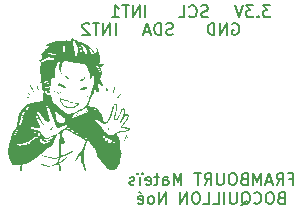
<source format=gbo>
%TF.GenerationSoftware,KiCad,Pcbnew,(6.0.10)*%
%TF.CreationDate,2023-02-17T01:50:08+01:00*%
%TF.ProjectId,haut,68617574-2e6b-4696-9361-645f70636258,rev?*%
%TF.SameCoordinates,Original*%
%TF.FileFunction,Legend,Bot*%
%TF.FilePolarity,Positive*%
%FSLAX46Y46*%
G04 Gerber Fmt 4.6, Leading zero omitted, Abs format (unit mm)*
G04 Created by KiCad (PCBNEW (6.0.10)) date 2023-02-17 01:50:08*
%MOMM*%
%LPD*%
G01*
G04 APERTURE LIST*
%ADD10C,0.150000*%
%ADD11R,1.700000X1.700000*%
%ADD12O,1.700000X1.700000*%
%ADD13C,3.000000*%
G04 APERTURE END LIST*
D10*
X106761904Y-77000000D02*
X106857142Y-76952380D01*
X107000000Y-76952380D01*
X107142857Y-77000000D01*
X107238095Y-77095238D01*
X107285714Y-77190476D01*
X107333333Y-77380952D01*
X107333333Y-77523809D01*
X107285714Y-77714285D01*
X107238095Y-77809523D01*
X107142857Y-77904761D01*
X107000000Y-77952380D01*
X106904761Y-77952380D01*
X106761904Y-77904761D01*
X106714285Y-77857142D01*
X106714285Y-77523809D01*
X106904761Y-77523809D01*
X106285714Y-77952380D02*
X106285714Y-76952380D01*
X105714285Y-77952380D01*
X105714285Y-76952380D01*
X105238095Y-77952380D02*
X105238095Y-76952380D01*
X105000000Y-76952380D01*
X104857142Y-77000000D01*
X104761904Y-77095238D01*
X104714285Y-77190476D01*
X104666666Y-77380952D01*
X104666666Y-77523809D01*
X104714285Y-77714285D01*
X104761904Y-77809523D01*
X104857142Y-77904761D01*
X105000000Y-77952380D01*
X105238095Y-77952380D01*
X111595238Y-90123571D02*
X111928571Y-90123571D01*
X111928571Y-90647380D02*
X111928571Y-89647380D01*
X111452380Y-89647380D01*
X110500000Y-90647380D02*
X110833333Y-90171190D01*
X111071428Y-90647380D02*
X111071428Y-89647380D01*
X110690476Y-89647380D01*
X110595238Y-89695000D01*
X110547619Y-89742619D01*
X110500000Y-89837857D01*
X110500000Y-89980714D01*
X110547619Y-90075952D01*
X110595238Y-90123571D01*
X110690476Y-90171190D01*
X111071428Y-90171190D01*
X110119047Y-90361666D02*
X109642857Y-90361666D01*
X110214285Y-90647380D02*
X109880952Y-89647380D01*
X109547619Y-90647380D01*
X109214285Y-90647380D02*
X109214285Y-89647380D01*
X108880952Y-90361666D01*
X108547619Y-89647380D01*
X108547619Y-90647380D01*
X107738095Y-90123571D02*
X107595238Y-90171190D01*
X107547619Y-90218809D01*
X107500000Y-90314047D01*
X107500000Y-90456904D01*
X107547619Y-90552142D01*
X107595238Y-90599761D01*
X107690476Y-90647380D01*
X108071428Y-90647380D01*
X108071428Y-89647380D01*
X107738095Y-89647380D01*
X107642857Y-89695000D01*
X107595238Y-89742619D01*
X107547619Y-89837857D01*
X107547619Y-89933095D01*
X107595238Y-90028333D01*
X107642857Y-90075952D01*
X107738095Y-90123571D01*
X108071428Y-90123571D01*
X106880952Y-89647380D02*
X106690476Y-89647380D01*
X106595238Y-89695000D01*
X106500000Y-89790238D01*
X106452380Y-89980714D01*
X106452380Y-90314047D01*
X106500000Y-90504523D01*
X106595238Y-90599761D01*
X106690476Y-90647380D01*
X106880952Y-90647380D01*
X106976190Y-90599761D01*
X107071428Y-90504523D01*
X107119047Y-90314047D01*
X107119047Y-89980714D01*
X107071428Y-89790238D01*
X106976190Y-89695000D01*
X106880952Y-89647380D01*
X106023809Y-89647380D02*
X106023809Y-90456904D01*
X105976190Y-90552142D01*
X105928571Y-90599761D01*
X105833333Y-90647380D01*
X105642857Y-90647380D01*
X105547619Y-90599761D01*
X105500000Y-90552142D01*
X105452380Y-90456904D01*
X105452380Y-89647380D01*
X104404761Y-90647380D02*
X104738095Y-90171190D01*
X104976190Y-90647380D02*
X104976190Y-89647380D01*
X104595238Y-89647380D01*
X104500000Y-89695000D01*
X104452380Y-89742619D01*
X104404761Y-89837857D01*
X104404761Y-89980714D01*
X104452380Y-90075952D01*
X104500000Y-90123571D01*
X104595238Y-90171190D01*
X104976190Y-90171190D01*
X104119047Y-89647380D02*
X103547619Y-89647380D01*
X103833333Y-90647380D02*
X103833333Y-89647380D01*
X102452380Y-90647380D02*
X102452380Y-89647380D01*
X102119047Y-90361666D01*
X101785714Y-89647380D01*
X101785714Y-90647380D01*
X100880952Y-90647380D02*
X100880952Y-90123571D01*
X100928571Y-90028333D01*
X101023809Y-89980714D01*
X101214285Y-89980714D01*
X101309523Y-90028333D01*
X100880952Y-90599761D02*
X100976190Y-90647380D01*
X101214285Y-90647380D01*
X101309523Y-90599761D01*
X101357142Y-90504523D01*
X101357142Y-90409285D01*
X101309523Y-90314047D01*
X101214285Y-90266428D01*
X100976190Y-90266428D01*
X100880952Y-90218809D01*
X100547619Y-89980714D02*
X100166666Y-89980714D01*
X100404761Y-89647380D02*
X100404761Y-90504523D01*
X100357142Y-90599761D01*
X100261904Y-90647380D01*
X100166666Y-90647380D01*
X99452380Y-90599761D02*
X99547619Y-90647380D01*
X99738095Y-90647380D01*
X99833333Y-90599761D01*
X99880952Y-90504523D01*
X99880952Y-90123571D01*
X99833333Y-90028333D01*
X99738095Y-89980714D01*
X99547619Y-89980714D01*
X99452380Y-90028333D01*
X99404761Y-90123571D01*
X99404761Y-90218809D01*
X99880952Y-90314047D01*
X99119047Y-89647380D02*
X99071428Y-89695000D01*
X99119047Y-89742619D01*
X99166666Y-89695000D01*
X99119047Y-89647380D01*
X99119047Y-89742619D01*
X98738095Y-89647380D02*
X98690476Y-89695000D01*
X98738095Y-89742619D01*
X98785714Y-89695000D01*
X98738095Y-89647380D01*
X98738095Y-89742619D01*
X98928571Y-90647380D02*
X98928571Y-89980714D01*
X98452380Y-90599761D02*
X98357142Y-90647380D01*
X98166666Y-90647380D01*
X98071428Y-90599761D01*
X98023809Y-90504523D01*
X98023809Y-90456904D01*
X98071428Y-90361666D01*
X98166666Y-90314047D01*
X98309523Y-90314047D01*
X98404761Y-90266428D01*
X98452380Y-90171190D01*
X98452380Y-90123571D01*
X98404761Y-90028333D01*
X98309523Y-89980714D01*
X98166666Y-89980714D01*
X98071428Y-90028333D01*
X110880952Y-91733571D02*
X110738095Y-91781190D01*
X110690476Y-91828809D01*
X110642857Y-91924047D01*
X110642857Y-92066904D01*
X110690476Y-92162142D01*
X110738095Y-92209761D01*
X110833333Y-92257380D01*
X111214285Y-92257380D01*
X111214285Y-91257380D01*
X110880952Y-91257380D01*
X110785714Y-91305000D01*
X110738095Y-91352619D01*
X110690476Y-91447857D01*
X110690476Y-91543095D01*
X110738095Y-91638333D01*
X110785714Y-91685952D01*
X110880952Y-91733571D01*
X111214285Y-91733571D01*
X110023809Y-91257380D02*
X109833333Y-91257380D01*
X109738095Y-91305000D01*
X109642857Y-91400238D01*
X109595238Y-91590714D01*
X109595238Y-91924047D01*
X109642857Y-92114523D01*
X109738095Y-92209761D01*
X109833333Y-92257380D01*
X110023809Y-92257380D01*
X110119047Y-92209761D01*
X110214285Y-92114523D01*
X110261904Y-91924047D01*
X110261904Y-91590714D01*
X110214285Y-91400238D01*
X110119047Y-91305000D01*
X110023809Y-91257380D01*
X108595238Y-92162142D02*
X108642857Y-92209761D01*
X108785714Y-92257380D01*
X108880952Y-92257380D01*
X109023809Y-92209761D01*
X109119047Y-92114523D01*
X109166666Y-92019285D01*
X109214285Y-91828809D01*
X109214285Y-91685952D01*
X109166666Y-91495476D01*
X109119047Y-91400238D01*
X109023809Y-91305000D01*
X108880952Y-91257380D01*
X108785714Y-91257380D01*
X108642857Y-91305000D01*
X108595238Y-91352619D01*
X107500000Y-92352619D02*
X107595238Y-92305000D01*
X107690476Y-92209761D01*
X107833333Y-92066904D01*
X107928571Y-92019285D01*
X108023809Y-92019285D01*
X107976190Y-92257380D02*
X108071428Y-92209761D01*
X108166666Y-92114523D01*
X108214285Y-91924047D01*
X108214285Y-91590714D01*
X108166666Y-91400238D01*
X108071428Y-91305000D01*
X107976190Y-91257380D01*
X107785714Y-91257380D01*
X107690476Y-91305000D01*
X107595238Y-91400238D01*
X107547619Y-91590714D01*
X107547619Y-91924047D01*
X107595238Y-92114523D01*
X107690476Y-92209761D01*
X107785714Y-92257380D01*
X107976190Y-92257380D01*
X107119047Y-91257380D02*
X107119047Y-92066904D01*
X107071428Y-92162142D01*
X107023809Y-92209761D01*
X106928571Y-92257380D01*
X106738095Y-92257380D01*
X106642857Y-92209761D01*
X106595238Y-92162142D01*
X106547619Y-92066904D01*
X106547619Y-91257380D01*
X106071428Y-92257380D02*
X106071428Y-91257380D01*
X105119047Y-92257380D02*
X105595238Y-92257380D01*
X105595238Y-91257380D01*
X104309523Y-92257380D02*
X104785714Y-92257380D01*
X104785714Y-91257380D01*
X103785714Y-91257380D02*
X103595238Y-91257380D01*
X103500000Y-91305000D01*
X103404761Y-91400238D01*
X103357142Y-91590714D01*
X103357142Y-91924047D01*
X103404761Y-92114523D01*
X103500000Y-92209761D01*
X103595238Y-92257380D01*
X103785714Y-92257380D01*
X103880952Y-92209761D01*
X103976190Y-92114523D01*
X104023809Y-91924047D01*
X104023809Y-91590714D01*
X103976190Y-91400238D01*
X103880952Y-91305000D01*
X103785714Y-91257380D01*
X102928571Y-92257380D02*
X102928571Y-91257380D01*
X102357142Y-92257380D01*
X102357142Y-91257380D01*
X101119047Y-92257380D02*
X101119047Y-91257380D01*
X100547619Y-92257380D01*
X100547619Y-91257380D01*
X99928571Y-92257380D02*
X100023809Y-92209761D01*
X100071428Y-92162142D01*
X100119047Y-92066904D01*
X100119047Y-91781190D01*
X100071428Y-91685952D01*
X100023809Y-91638333D01*
X99928571Y-91590714D01*
X99785714Y-91590714D01*
X99690476Y-91638333D01*
X99642857Y-91685952D01*
X99595238Y-91781190D01*
X99595238Y-92066904D01*
X99642857Y-92162142D01*
X99690476Y-92209761D01*
X99785714Y-92257380D01*
X99928571Y-92257380D01*
X98785714Y-92209761D02*
X98880952Y-92257380D01*
X99071428Y-92257380D01*
X99166666Y-92209761D01*
X99214285Y-92114523D01*
X99214285Y-91733571D01*
X99166666Y-91638333D01*
X99071428Y-91590714D01*
X98880952Y-91590714D01*
X98785714Y-91638333D01*
X98738095Y-91733571D01*
X98738095Y-91828809D01*
X99214285Y-91924047D01*
X98880952Y-91209761D02*
X99023809Y-91352619D01*
X99380952Y-76452380D02*
X99380952Y-75452380D01*
X98904761Y-76452380D02*
X98904761Y-75452380D01*
X98333333Y-76452380D01*
X98333333Y-75452380D01*
X98000000Y-75452380D02*
X97428571Y-75452380D01*
X97714285Y-76452380D02*
X97714285Y-75452380D01*
X96571428Y-76452380D02*
X97142857Y-76452380D01*
X96857142Y-76452380D02*
X96857142Y-75452380D01*
X96952380Y-75595238D01*
X97047619Y-75690476D01*
X97142857Y-75738095D01*
X101714285Y-77904761D02*
X101571428Y-77952380D01*
X101333333Y-77952380D01*
X101238095Y-77904761D01*
X101190476Y-77857142D01*
X101142857Y-77761904D01*
X101142857Y-77666666D01*
X101190476Y-77571428D01*
X101238095Y-77523809D01*
X101333333Y-77476190D01*
X101523809Y-77428571D01*
X101619047Y-77380952D01*
X101666666Y-77333333D01*
X101714285Y-77238095D01*
X101714285Y-77142857D01*
X101666666Y-77047619D01*
X101619047Y-77000000D01*
X101523809Y-76952380D01*
X101285714Y-76952380D01*
X101142857Y-77000000D01*
X100714285Y-77952380D02*
X100714285Y-76952380D01*
X100476190Y-76952380D01*
X100333333Y-77000000D01*
X100238095Y-77095238D01*
X100190476Y-77190476D01*
X100142857Y-77380952D01*
X100142857Y-77523809D01*
X100190476Y-77714285D01*
X100238095Y-77809523D01*
X100333333Y-77904761D01*
X100476190Y-77952380D01*
X100714285Y-77952380D01*
X99761904Y-77666666D02*
X99285714Y-77666666D01*
X99857142Y-77952380D02*
X99523809Y-76952380D01*
X99190476Y-77952380D01*
X104690476Y-76404761D02*
X104547619Y-76452380D01*
X104309523Y-76452380D01*
X104214285Y-76404761D01*
X104166666Y-76357142D01*
X104119047Y-76261904D01*
X104119047Y-76166666D01*
X104166666Y-76071428D01*
X104214285Y-76023809D01*
X104309523Y-75976190D01*
X104500000Y-75928571D01*
X104595238Y-75880952D01*
X104642857Y-75833333D01*
X104690476Y-75738095D01*
X104690476Y-75642857D01*
X104642857Y-75547619D01*
X104595238Y-75500000D01*
X104500000Y-75452380D01*
X104261904Y-75452380D01*
X104119047Y-75500000D01*
X103119047Y-76357142D02*
X103166666Y-76404761D01*
X103309523Y-76452380D01*
X103404761Y-76452380D01*
X103547619Y-76404761D01*
X103642857Y-76309523D01*
X103690476Y-76214285D01*
X103738095Y-76023809D01*
X103738095Y-75880952D01*
X103690476Y-75690476D01*
X103642857Y-75595238D01*
X103547619Y-75500000D01*
X103404761Y-75452380D01*
X103309523Y-75452380D01*
X103166666Y-75500000D01*
X103119047Y-75547619D01*
X102214285Y-76452380D02*
X102690476Y-76452380D01*
X102690476Y-75452380D01*
X109976190Y-75452380D02*
X109357142Y-75452380D01*
X109690476Y-75833333D01*
X109547619Y-75833333D01*
X109452380Y-75880952D01*
X109404761Y-75928571D01*
X109357142Y-76023809D01*
X109357142Y-76261904D01*
X109404761Y-76357142D01*
X109452380Y-76404761D01*
X109547619Y-76452380D01*
X109833333Y-76452380D01*
X109928571Y-76404761D01*
X109976190Y-76357142D01*
X108928571Y-76357142D02*
X108880952Y-76404761D01*
X108928571Y-76452380D01*
X108976190Y-76404761D01*
X108928571Y-76357142D01*
X108928571Y-76452380D01*
X108547619Y-75452380D02*
X107928571Y-75452380D01*
X108261904Y-75833333D01*
X108119047Y-75833333D01*
X108023809Y-75880952D01*
X107976190Y-75928571D01*
X107928571Y-76023809D01*
X107928571Y-76261904D01*
X107976190Y-76357142D01*
X108023809Y-76404761D01*
X108119047Y-76452380D01*
X108404761Y-76452380D01*
X108500000Y-76404761D01*
X108547619Y-76357142D01*
X107642857Y-75452380D02*
X107309523Y-76452380D01*
X106976190Y-75452380D01*
X96880952Y-77952380D02*
X96880952Y-76952380D01*
X96404761Y-77952380D02*
X96404761Y-76952380D01*
X95833333Y-77952380D01*
X95833333Y-76952380D01*
X95500000Y-76952380D02*
X94928571Y-76952380D01*
X95214285Y-77952380D02*
X95214285Y-76952380D01*
X94642857Y-77047619D02*
X94595238Y-77000000D01*
X94500000Y-76952380D01*
X94261904Y-76952380D01*
X94166666Y-77000000D01*
X94119047Y-77047619D01*
X94071428Y-77142857D01*
X94071428Y-77238095D01*
X94119047Y-77380952D01*
X94690476Y-77952380D01*
X94071428Y-77952380D01*
%TO.C,G\u002A\u002A\u002A*%
G36*
X94104348Y-84376276D02*
G01*
X94092344Y-84388280D01*
X94080340Y-84376276D01*
X94092344Y-84364272D01*
X94104348Y-84376276D01*
G37*
G36*
X93875014Y-84494825D02*
G01*
X93906716Y-84532325D01*
X93924007Y-84563219D01*
X93928216Y-84580340D01*
X93911080Y-84567725D01*
X93876276Y-84532325D01*
X93852298Y-84498989D01*
X93854777Y-84484310D01*
X93875014Y-84494825D01*
G37*
G36*
X96366797Y-86981794D02*
G01*
X96385066Y-87005104D01*
X96384369Y-87010842D01*
X96361059Y-87029111D01*
X96355320Y-87028414D01*
X96337051Y-87005104D01*
X96337749Y-86999365D01*
X96361059Y-86981096D01*
X96366797Y-86981794D01*
G37*
G36*
X90167108Y-86512949D02*
G01*
X90155104Y-86524953D01*
X90143100Y-86512949D01*
X90155104Y-86500945D01*
X90167108Y-86512949D01*
G37*
G36*
X97844620Y-86348860D02*
G01*
X97842991Y-86401009D01*
X97821782Y-86483087D01*
X97782724Y-86588590D01*
X97727549Y-86711011D01*
X97704824Y-86756440D01*
X97662256Y-86834781D01*
X97628134Y-86888886D01*
X97608289Y-86909074D01*
X97603729Y-86908715D01*
X97585444Y-86891281D01*
X97586443Y-86886839D01*
X97601532Y-86848435D01*
X97630601Y-86782156D01*
X97668278Y-86699649D01*
X97709188Y-86612565D01*
X97747957Y-86532553D01*
X97779211Y-86471261D01*
X97790288Y-86444129D01*
X97801512Y-86381233D01*
X97806574Y-86352988D01*
X97828192Y-86332892D01*
X97844620Y-86348860D01*
G37*
G36*
X93611644Y-83935706D02*
G01*
X93520787Y-84001310D01*
X93429792Y-84057253D01*
X93348110Y-84095995D01*
X93291294Y-84107322D01*
X93197240Y-84113899D01*
X93080858Y-84115339D01*
X92955138Y-84111997D01*
X92833075Y-84104230D01*
X92727662Y-84092398D01*
X92651890Y-84076855D01*
X92602133Y-84055547D01*
X92505734Y-83988119D01*
X92406277Y-83890748D01*
X92312888Y-83772901D01*
X92234694Y-83644045D01*
X92222822Y-83620117D01*
X92180340Y-83514802D01*
X92155394Y-83417768D01*
X92155073Y-83413022D01*
X92231758Y-83413022D01*
X92233945Y-83428025D01*
X92253706Y-83486496D01*
X92288819Y-83567241D01*
X92332898Y-83656962D01*
X92379561Y-83742359D01*
X92422420Y-83810134D01*
X92460558Y-83854613D01*
X92565762Y-83935007D01*
X92700761Y-84000198D01*
X92853674Y-84043749D01*
X92856437Y-84044285D01*
X92944031Y-84061004D01*
X93003105Y-84069301D01*
X93051943Y-84069166D01*
X93108833Y-84060587D01*
X93192061Y-84043555D01*
X93237721Y-84032633D01*
X93414018Y-83964969D01*
X93572048Y-83865420D01*
X93581754Y-83857280D01*
X93607435Y-83819751D01*
X93589795Y-83789942D01*
X93527334Y-83766715D01*
X93418551Y-83748931D01*
X93353738Y-83737681D01*
X93246993Y-83712226D01*
X93123858Y-83677689D01*
X93000000Y-83638215D01*
X92891735Y-83601948D01*
X92789452Y-83568923D01*
X92709704Y-83544492D01*
X92663894Y-83532251D01*
X92618851Y-83521292D01*
X92555860Y-83500424D01*
X92538526Y-83493372D01*
X92475217Y-83468483D01*
X92399811Y-83439580D01*
X92366038Y-83426773D01*
X92301079Y-83401985D01*
X92261768Y-83386763D01*
X92246206Y-83386147D01*
X92231758Y-83413022D01*
X92155073Y-83413022D01*
X92150134Y-83340119D01*
X92166711Y-83292961D01*
X92182160Y-83290271D01*
X92231406Y-83302315D01*
X92298306Y-83330306D01*
X92302909Y-83332511D01*
X92371225Y-83361214D01*
X92474296Y-83400230D01*
X92602011Y-83446108D01*
X92744259Y-83495393D01*
X92890932Y-83544633D01*
X93031918Y-83590374D01*
X93157107Y-83629163D01*
X93256389Y-83657547D01*
X93267724Y-83660377D01*
X93358731Y-83676478D01*
X93472276Y-83688978D01*
X93586493Y-83695370D01*
X93622098Y-83696297D01*
X93710030Y-83700523D01*
X93761703Y-83708140D01*
X93786112Y-83721173D01*
X93792250Y-83741644D01*
X93788855Y-83756350D01*
X93755130Y-83805685D01*
X93741082Y-83819751D01*
X93692909Y-83867984D01*
X93611644Y-83935706D01*
G37*
G36*
X93384121Y-84808412D02*
G01*
X93372117Y-84820416D01*
X93360114Y-84808412D01*
X93372117Y-84796408D01*
X93384121Y-84808412D01*
G37*
G36*
X94320416Y-84436295D02*
G01*
X94318683Y-84449004D01*
X94304411Y-84452300D01*
X94301538Y-84448781D01*
X94304411Y-84420290D01*
X94311632Y-84416534D01*
X94320416Y-84436295D01*
G37*
G36*
X96865218Y-82298450D02*
G01*
X96863876Y-82311658D01*
X96851673Y-82369264D01*
X96829747Y-82454136D01*
X96801779Y-82553450D01*
X96771451Y-82654379D01*
X96742445Y-82744098D01*
X96718441Y-82809782D01*
X96689529Y-82854348D01*
X96646237Y-82875803D01*
X96621226Y-82874789D01*
X96601135Y-82869801D01*
X96603315Y-82858565D01*
X96618005Y-82808824D01*
X96643127Y-82731706D01*
X96674655Y-82638817D01*
X96708564Y-82541759D01*
X96740829Y-82452140D01*
X96767426Y-82381564D01*
X96784327Y-82341635D01*
X96793219Y-82325878D01*
X96826158Y-82286178D01*
X96853688Y-82275151D01*
X96865218Y-82298450D01*
G37*
G36*
X91716577Y-82719103D02*
G01*
X91757609Y-82751097D01*
X91778848Y-82773442D01*
X91792357Y-82797547D01*
X91771885Y-82803781D01*
X91753950Y-82800757D01*
X91714104Y-82777061D01*
X91687446Y-82742987D01*
X91688834Y-82714506D01*
X91689509Y-82713912D01*
X91716577Y-82719103D01*
G37*
G36*
X94506353Y-83137406D02*
G01*
X94538994Y-83173932D01*
X94563990Y-83214420D01*
X94568363Y-83242603D01*
X94566935Y-83244197D01*
X94543689Y-83236219D01*
X94507826Y-83199445D01*
X94503988Y-83194466D01*
X94476601Y-83149451D01*
X94473128Y-83123217D01*
X94479045Y-83121111D01*
X94506353Y-83137406D01*
G37*
G36*
X89530897Y-82886827D02*
G01*
X89595935Y-82915399D01*
X89653770Y-82953187D01*
X89691688Y-82991852D01*
X89696977Y-83023057D01*
X89693610Y-83028351D01*
X89680963Y-83040055D01*
X89658899Y-83038363D01*
X89616316Y-83020436D01*
X89542113Y-82983433D01*
X89471706Y-82943286D01*
X89430065Y-82907518D01*
X89429761Y-82884163D01*
X89472467Y-82875803D01*
X89530897Y-82886827D01*
G37*
G36*
X96409074Y-86897070D02*
G01*
X96397070Y-86909074D01*
X96385066Y-86897070D01*
X96397070Y-86885066D01*
X96409074Y-86897070D01*
G37*
G36*
X92180083Y-82771583D02*
G01*
X92223778Y-82801137D01*
X92262183Y-82838369D01*
X92279019Y-82870646D01*
X92271019Y-82888864D01*
X92235786Y-82877959D01*
X92221924Y-82869843D01*
X92174850Y-82831638D01*
X92144573Y-82791946D01*
X92142669Y-82764830D01*
X92147373Y-82762340D01*
X92180083Y-82771583D01*
G37*
G36*
X88942722Y-84868431D02*
G01*
X88940990Y-84881140D01*
X88926717Y-84884436D01*
X88923844Y-84880917D01*
X88926717Y-84852426D01*
X88933938Y-84848670D01*
X88942722Y-84868431D01*
G37*
G36*
X93576182Y-84760397D02*
G01*
X93564178Y-84772401D01*
X93552174Y-84760397D01*
X93564178Y-84748393D01*
X93576182Y-84760397D01*
G37*
G36*
X88462571Y-86128828D02*
G01*
X88450567Y-86140832D01*
X88438563Y-86128828D01*
X88450567Y-86116824D01*
X88462571Y-86128828D01*
G37*
G36*
X88966730Y-85023063D02*
G01*
X88963792Y-85040950D01*
X88942722Y-85060491D01*
X88937026Y-85059845D01*
X88918715Y-85037901D01*
X88919630Y-85031165D01*
X88942722Y-85000472D01*
X88955091Y-84998214D01*
X88966730Y-85023063D01*
G37*
G36*
X90262983Y-82252838D02*
G01*
X90282447Y-82283544D01*
X90309776Y-82347820D01*
X90340920Y-82435371D01*
X90371831Y-82535902D01*
X90375601Y-82550364D01*
X90374488Y-82581715D01*
X90344159Y-82583719D01*
X90320742Y-82571227D01*
X90286552Y-82526166D01*
X90257725Y-82460988D01*
X90237459Y-82388320D01*
X90228953Y-82320784D01*
X90235405Y-82271005D01*
X90260013Y-82251607D01*
X90262983Y-82252838D01*
G37*
G36*
X88846692Y-85348582D02*
G01*
X88844959Y-85361292D01*
X88830687Y-85364587D01*
X88827814Y-85361068D01*
X88830687Y-85332577D01*
X88837908Y-85328821D01*
X88846692Y-85348582D01*
G37*
G36*
X94273903Y-81523788D02*
G01*
X94278565Y-81553694D01*
X94256941Y-81607814D01*
X94214944Y-81673650D01*
X94160517Y-81740401D01*
X94101602Y-81797269D01*
X94046143Y-81833455D01*
X93972742Y-81859520D01*
X93909355Y-81861971D01*
X93865145Y-81832526D01*
X93848847Y-81805873D01*
X93854573Y-81774256D01*
X93897835Y-81744529D01*
X93983528Y-81711696D01*
X94073520Y-81670878D01*
X94173597Y-81583821D01*
X94214434Y-81537439D01*
X94248577Y-81514660D01*
X94273903Y-81523788D01*
G37*
G36*
X96222579Y-85701452D02*
G01*
X96249846Y-85750685D01*
X96281588Y-85818889D01*
X96311469Y-85892361D01*
X96333153Y-85957399D01*
X96340276Y-85983598D01*
X96349439Y-86026043D01*
X96341673Y-86032394D01*
X96314358Y-86009979D01*
X96285433Y-85975691D01*
X96257219Y-85917325D01*
X96255790Y-85911505D01*
X96240107Y-85848871D01*
X96221212Y-85774716D01*
X96216657Y-85756260D01*
X96206629Y-85705196D01*
X96207050Y-85684688D01*
X96222579Y-85701452D01*
G37*
G36*
X94440454Y-84208223D02*
G01*
X94428450Y-84220227D01*
X94416446Y-84208223D01*
X94428450Y-84196219D01*
X94440454Y-84208223D01*
G37*
G36*
X94056333Y-84424291D02*
G01*
X94044329Y-84436295D01*
X94032325Y-84424291D01*
X94044329Y-84412287D01*
X94056333Y-84424291D01*
G37*
G36*
X89014745Y-84928450D02*
G01*
X89002741Y-84940454D01*
X88990737Y-84928450D01*
X89002741Y-84916446D01*
X89014745Y-84928450D01*
G37*
G36*
X89134783Y-87173157D02*
G01*
X89133050Y-87185866D01*
X89118778Y-87189162D01*
X89115904Y-87185643D01*
X89118778Y-87157152D01*
X89125999Y-87153396D01*
X89134783Y-87173157D01*
G37*
G36*
X90654265Y-88865769D02*
G01*
X90765699Y-88899755D01*
X90784582Y-88906185D01*
X90880316Y-88937509D01*
X90995831Y-88973924D01*
X91110196Y-89008802D01*
X91148599Y-89020660D01*
X91237112Y-89052065D01*
X91291639Y-89078288D01*
X91305794Y-89096469D01*
X91292475Y-89104506D01*
X91239169Y-89106534D01*
X91156229Y-89095111D01*
X91053242Y-89073053D01*
X90939796Y-89043173D01*
X90825478Y-89008286D01*
X90719875Y-88971207D01*
X90632574Y-88934750D01*
X90573163Y-88901729D01*
X90551229Y-88874958D01*
X90552893Y-88867026D01*
X90583708Y-88854903D01*
X90654265Y-88865769D01*
G37*
G36*
X94464461Y-82344636D02*
G01*
X94473982Y-82350084D01*
X94486387Y-82386298D01*
X94485056Y-82438275D01*
X94469261Y-82484739D01*
X94453368Y-82495795D01*
X94397782Y-82518318D01*
X94313555Y-82544998D01*
X94211547Y-82572151D01*
X94161824Y-82584296D01*
X94062964Y-82608373D01*
X93998333Y-82623377D01*
X93958938Y-82630733D01*
X93935788Y-82631864D01*
X93919888Y-82628197D01*
X93902247Y-82621155D01*
X93879137Y-82600939D01*
X93864272Y-82551995D01*
X93875120Y-82514126D01*
X93914174Y-82478011D01*
X93990312Y-82436150D01*
X94118276Y-82379740D01*
X94231066Y-82346543D01*
X94340560Y-82335980D01*
X94464461Y-82344636D01*
G37*
G36*
X96457089Y-87065123D02*
G01*
X96445085Y-87077127D01*
X96433081Y-87065123D01*
X96445085Y-87053119D01*
X96457089Y-87065123D01*
G37*
G36*
X94312827Y-83153798D02*
G01*
X94344424Y-83187902D01*
X94344929Y-83188549D01*
X94377747Y-83237640D01*
X94391371Y-83271928D01*
X94391148Y-83273984D01*
X94376020Y-83270020D01*
X94344424Y-83235917D01*
X94343918Y-83235269D01*
X94311101Y-83186178D01*
X94297476Y-83151890D01*
X94297699Y-83149834D01*
X94312827Y-83153798D01*
G37*
G36*
X96166314Y-82333974D02*
G01*
X96175769Y-82351177D01*
X96186010Y-82406138D01*
X96191910Y-82483113D01*
X96192956Y-82566868D01*
X96188635Y-82642170D01*
X96178433Y-82693783D01*
X96167043Y-82712314D01*
X96130418Y-82731758D01*
X96122222Y-82730015D01*
X96107249Y-82707435D01*
X96099449Y-82652592D01*
X96097343Y-82557703D01*
X96099936Y-82467013D01*
X96111973Y-82377154D01*
X96134021Y-82333058D01*
X96166314Y-82333974D01*
G37*
G36*
X88780408Y-87197862D02*
G01*
X88798677Y-87221172D01*
X88797979Y-87226910D01*
X88774669Y-87245179D01*
X88768931Y-87244482D01*
X88750662Y-87221172D01*
X88751359Y-87215433D01*
X88774669Y-87197164D01*
X88780408Y-87197862D01*
G37*
G36*
X94008318Y-84484310D02*
G01*
X94006585Y-84497019D01*
X93992313Y-84500315D01*
X93989439Y-84496796D01*
X93992313Y-84468305D01*
X93999534Y-84464549D01*
X94008318Y-84484310D01*
G37*
G36*
X97899251Y-86549002D02*
G01*
X97909416Y-86569594D01*
X97906322Y-86613984D01*
X97893403Y-86661884D01*
X97874089Y-86693006D01*
X97861275Y-86708842D01*
X97838979Y-86753024D01*
X97823418Y-86780115D01*
X97808451Y-86770223D01*
X97805764Y-86754333D01*
X97819940Y-86710204D01*
X97839004Y-86674505D01*
X97858678Y-86614981D01*
X97876187Y-86569502D01*
X97898457Y-86548960D01*
X97899251Y-86549002D01*
G37*
G36*
X94404442Y-84276816D02*
G01*
X94425516Y-84300501D01*
X94440454Y-84326546D01*
X94430663Y-84341237D01*
X94405286Y-84332117D01*
X94383003Y-84302290D01*
X94370939Y-84266381D01*
X94374918Y-84252332D01*
X94404442Y-84276816D01*
G37*
G36*
X91899810Y-82685525D02*
G01*
X91967675Y-82755765D01*
X91976012Y-82764931D01*
X92032603Y-82830026D01*
X92072569Y-82880975D01*
X92087713Y-82907421D01*
X92079403Y-82923544D01*
X92048650Y-82910625D01*
X91999818Y-82864826D01*
X91937786Y-82789968D01*
X91925796Y-82774071D01*
X91872801Y-82698662D01*
X91851432Y-82658050D01*
X91860749Y-82653313D01*
X91899810Y-82685525D01*
G37*
G36*
X97777505Y-86849055D02*
G01*
X97765501Y-86861058D01*
X97753497Y-86849055D01*
X97765501Y-86837051D01*
X97777505Y-86849055D01*
G37*
G36*
X93773561Y-84677286D02*
G01*
X93804253Y-84700378D01*
X93806512Y-84712747D01*
X93781663Y-84724385D01*
X93763776Y-84721447D01*
X93744235Y-84700378D01*
X93744881Y-84694682D01*
X93766825Y-84676370D01*
X93773561Y-84677286D01*
G37*
G36*
X92609911Y-81350356D02*
G01*
X92675134Y-81389399D01*
X92759328Y-81453355D01*
X92765038Y-81458049D01*
X92838646Y-81517144D01*
X92901731Y-81565459D01*
X92941181Y-81592931D01*
X92964446Y-81613780D01*
X92969026Y-81658952D01*
X92967026Y-81663807D01*
X92931105Y-81699325D01*
X92875026Y-81693985D01*
X92801655Y-81648842D01*
X92713858Y-81564953D01*
X92707221Y-81557664D01*
X92644638Y-81486294D01*
X92594295Y-81424481D01*
X92566559Y-81384896D01*
X92555131Y-81353675D01*
X92568348Y-81337894D01*
X92609911Y-81350356D01*
G37*
G36*
X89014745Y-84808412D02*
G01*
X89002741Y-84820416D01*
X88990737Y-84808412D01*
X89002741Y-84796408D01*
X89014745Y-84808412D01*
G37*
G36*
X91604517Y-85727006D02*
G01*
X91565548Y-85775882D01*
X91555297Y-85786716D01*
X91511275Y-85835159D01*
X91449712Y-85904389D01*
X91380583Y-85983225D01*
X91346210Y-86021552D01*
X91288428Y-86080153D01*
X91246616Y-86114707D01*
X91228076Y-86118726D01*
X91227966Y-86113950D01*
X91244662Y-86076273D01*
X91282458Y-86015738D01*
X91333464Y-85943209D01*
X91389793Y-85869551D01*
X91443555Y-85805628D01*
X91486861Y-85762307D01*
X91530124Y-85729768D01*
X91580692Y-85702895D01*
X91607527Y-85702326D01*
X91604517Y-85727006D01*
G37*
G36*
X89014745Y-84700378D02*
G01*
X89013012Y-84713087D01*
X88998740Y-84716383D01*
X88995867Y-84712864D01*
X88998740Y-84684373D01*
X89005961Y-84680617D01*
X89014745Y-84700378D01*
G37*
G36*
X90131097Y-86596975D02*
G01*
X90151231Y-86615115D01*
X90167108Y-86635173D01*
X90162348Y-86637463D01*
X90131097Y-86629665D01*
X90114261Y-86620358D01*
X90095085Y-86591467D01*
X90101851Y-86582367D01*
X90131097Y-86596975D01*
G37*
G36*
X89453757Y-83188552D02*
G01*
X89508958Y-83202901D01*
X89569697Y-83229606D01*
X89618762Y-83260068D01*
X89638942Y-83285690D01*
X89620590Y-83303974D01*
X89573455Y-83306788D01*
X89513832Y-83294689D01*
X89458040Y-83269167D01*
X89451594Y-83264851D01*
X89407673Y-83225421D01*
X89404569Y-83198111D01*
X89443193Y-83187902D01*
X89453757Y-83188552D01*
G37*
G36*
X94248393Y-84376276D02*
G01*
X94236390Y-84388280D01*
X94224386Y-84376276D01*
X94236390Y-84364272D01*
X94248393Y-84376276D01*
G37*
G36*
X89482694Y-87110531D02*
G01*
X89446639Y-87127725D01*
X89423850Y-87134014D01*
X89381487Y-87143924D01*
X89378125Y-87137648D01*
X89408405Y-87113143D01*
X89442867Y-87095109D01*
X89480185Y-87094876D01*
X89482694Y-87110531D01*
G37*
G36*
X96083068Y-86814928D02*
G01*
X96084972Y-86837051D01*
X96080044Y-86844235D01*
X96059547Y-86861058D01*
X96057151Y-86860434D01*
X96048960Y-86837051D01*
X96049937Y-86830471D01*
X96074385Y-86813043D01*
X96083068Y-86814928D01*
G37*
G36*
X93408129Y-84712382D02*
G01*
X93396125Y-84724385D01*
X93384121Y-84712382D01*
X93396125Y-84700378D01*
X93408129Y-84712382D01*
G37*
G36*
X94152363Y-84520321D02*
G01*
X94140359Y-84532325D01*
X94128356Y-84520321D01*
X94140359Y-84508317D01*
X94152363Y-84520321D01*
G37*
G36*
X97296102Y-82958369D02*
G01*
X97286952Y-82992771D01*
X97250064Y-83055715D01*
X97183599Y-83151087D01*
X97173467Y-83164931D01*
X97103632Y-83251650D01*
X97052095Y-83298569D01*
X97020194Y-83304781D01*
X97009263Y-83269381D01*
X97009515Y-83265425D01*
X97028636Y-83218264D01*
X97071205Y-83153281D01*
X97127392Y-83082150D01*
X97187365Y-83016547D01*
X97241294Y-82968146D01*
X97279348Y-82948625D01*
X97279350Y-82948625D01*
X97296102Y-82958369D01*
G37*
G36*
X93792250Y-84544329D02*
G01*
X93780246Y-84556333D01*
X93768242Y-84544329D01*
X93780246Y-84532325D01*
X93792250Y-84544329D01*
G37*
G36*
X90063075Y-86628985D02*
G01*
X90066831Y-86636206D01*
X90047070Y-86644990D01*
X90034361Y-86643258D01*
X90031065Y-86628985D01*
X90034584Y-86626112D01*
X90063075Y-86628985D01*
G37*
G36*
X89696675Y-82187735D02*
G01*
X89735133Y-82257609D01*
X89749057Y-82287122D01*
X89796338Y-82379633D01*
X89845405Y-82467675D01*
X89906574Y-82573212D01*
X89959458Y-82670970D01*
X89989532Y-82737168D01*
X89999055Y-82776344D01*
X89998223Y-82787821D01*
X89984892Y-82796145D01*
X89946112Y-82774484D01*
X89939959Y-82769832D01*
X89898577Y-82722964D01*
X89845966Y-82646384D01*
X89788540Y-82551632D01*
X89732710Y-82450249D01*
X89684892Y-82353777D01*
X89651498Y-82273755D01*
X89638942Y-82221725D01*
X89645264Y-82172948D01*
X89665595Y-82159096D01*
X89696675Y-82187735D01*
G37*
G36*
X92141090Y-82051853D02*
G01*
X92207580Y-82068259D01*
X92320056Y-82109565D01*
X92428419Y-82163848D01*
X92525908Y-82226015D01*
X92605762Y-82290974D01*
X92661219Y-82353631D01*
X92685518Y-82408894D01*
X92671897Y-82451670D01*
X92655229Y-82462337D01*
X92601917Y-82464059D01*
X92545747Y-82435887D01*
X92538512Y-82430385D01*
X92482884Y-82398888D01*
X92400148Y-82360670D01*
X92304356Y-82321282D01*
X92209564Y-82286274D01*
X92129826Y-82261199D01*
X92079196Y-82251607D01*
X92055684Y-82250390D01*
X92001820Y-82228891D01*
X91988265Y-82182270D01*
X92016036Y-82112764D01*
X92048924Y-82066123D01*
X92085232Y-82046653D01*
X92141090Y-82051853D01*
G37*
G36*
X88798677Y-85419188D02*
G01*
X88797754Y-85426156D01*
X88774669Y-85444612D01*
X88769236Y-85444337D01*
X88750662Y-85434025D01*
X88751767Y-85430174D01*
X88774669Y-85408601D01*
X88783969Y-85404850D01*
X88798677Y-85419188D01*
G37*
G36*
X96120983Y-86753024D02*
G01*
X96108979Y-86765028D01*
X96096976Y-86753024D01*
X96108979Y-86741021D01*
X96120983Y-86753024D01*
G37*
G36*
X89278828Y-87173157D02*
G01*
X89277096Y-87185866D01*
X89262823Y-87189162D01*
X89259950Y-87185643D01*
X89262823Y-87157152D01*
X89270044Y-87153396D01*
X89278828Y-87173157D01*
G37*
G36*
X95691605Y-81296176D02*
G01*
X95691541Y-81296343D01*
X95675296Y-81347347D01*
X95653186Y-81427745D01*
X95629979Y-81520206D01*
X95590515Y-81685277D01*
X95589603Y-81689090D01*
X95651229Y-81811784D01*
X95677087Y-81864707D01*
X95702873Y-81921682D01*
X95712855Y-81949998D01*
X95712965Y-81951083D01*
X95724302Y-81982756D01*
X95750619Y-82044297D01*
X95786726Y-82123519D01*
X95792062Y-82135056D01*
X95830669Y-82232283D01*
X95841934Y-82293417D01*
X95826571Y-82317156D01*
X95785294Y-82302197D01*
X95718821Y-82247236D01*
X95716716Y-82245230D01*
X95640842Y-82179649D01*
X95561283Y-82121390D01*
X95487974Y-82076547D01*
X95430851Y-82051219D01*
X95399848Y-82051502D01*
X95394344Y-82066210D01*
X95392668Y-82118968D01*
X95400833Y-82191588D01*
X95410203Y-82256984D01*
X95420999Y-82363547D01*
X95428996Y-82479129D01*
X95433759Y-82592375D01*
X95434852Y-82691929D01*
X95431842Y-82766436D01*
X95424294Y-82804541D01*
X95414329Y-82811200D01*
X95383767Y-82798962D01*
X95332137Y-82754938D01*
X95255328Y-82675998D01*
X95203142Y-82620950D01*
X95133112Y-82553554D01*
X95087225Y-82522705D01*
X95061767Y-82527791D01*
X95053024Y-82568197D01*
X95057284Y-82643311D01*
X95060472Y-82692295D01*
X95061352Y-82705807D01*
X95056664Y-82765081D01*
X95038904Y-82825598D01*
X95004275Y-82896752D01*
X94980583Y-82935822D01*
X94948981Y-82987936D01*
X94869224Y-83108545D01*
X94862406Y-83118724D01*
X94769719Y-83274468D01*
X94708223Y-83420750D01*
X94670502Y-83574974D01*
X94662441Y-83609423D01*
X94633777Y-83693785D01*
X94596088Y-83779038D01*
X94591503Y-83788117D01*
X94552816Y-83872175D01*
X94539889Y-83923511D01*
X94552499Y-83949157D01*
X94590419Y-83956144D01*
X94595605Y-83956350D01*
X94649770Y-83965757D01*
X94731242Y-83986379D01*
X94824493Y-84014352D01*
X94930287Y-84048292D01*
X95059415Y-84089282D01*
X95172684Y-84124828D01*
X95262150Y-84155372D01*
X95328648Y-84189050D01*
X95383699Y-84236066D01*
X95445534Y-84308706D01*
X95494888Y-84378100D01*
X95509673Y-84401683D01*
X95538899Y-84448299D01*
X95559166Y-84480626D01*
X95627547Y-84599227D01*
X95691611Y-84719837D01*
X95728610Y-84794105D01*
X95779491Y-84903377D01*
X95811496Y-84986269D01*
X95828127Y-85052507D01*
X95828497Y-85057113D01*
X95832892Y-85111817D01*
X95837934Y-85187580D01*
X95859438Y-85238751D01*
X95906757Y-85286429D01*
X95942170Y-85314615D01*
X95997580Y-85343261D01*
X96048247Y-85336547D01*
X96111744Y-85295228D01*
X96164251Y-85248269D01*
X96255852Y-85132075D01*
X96343124Y-84974670D01*
X96426828Y-84774357D01*
X96507728Y-84529439D01*
X96586586Y-84238219D01*
X96609379Y-84150158D01*
X96653321Y-84006697D01*
X96697307Y-83903679D01*
X96744316Y-83836184D01*
X96797331Y-83799294D01*
X96859330Y-83788091D01*
X96903503Y-83794003D01*
X96969227Y-83835476D01*
X97011321Y-83912855D01*
X97028731Y-84021723D01*
X97020404Y-84157663D01*
X96985287Y-84316257D01*
X96980305Y-84333653D01*
X96948479Y-84452007D01*
X96914774Y-84586886D01*
X96885704Y-84712382D01*
X96875805Y-84757396D01*
X96854122Y-84854899D01*
X96836436Y-84932994D01*
X96825847Y-84977925D01*
X96824889Y-84982208D01*
X96833158Y-85034896D01*
X96869975Y-85069515D01*
X96920196Y-85071107D01*
X96930792Y-85065106D01*
X96971242Y-85026444D01*
X97015210Y-84968661D01*
X97018070Y-84964260D01*
X97056235Y-84900052D01*
X97104625Y-84811649D01*
X97158519Y-84708544D01*
X97213199Y-84600227D01*
X97263943Y-84496191D01*
X97306033Y-84405927D01*
X97334748Y-84338929D01*
X97345369Y-84304687D01*
X97346331Y-84295511D01*
X97371205Y-84243968D01*
X97418508Y-84187831D01*
X97473143Y-84142706D01*
X97520010Y-84124196D01*
X97570792Y-84138997D01*
X97625910Y-84176396D01*
X97646194Y-84197760D01*
X97668393Y-84237822D01*
X97678719Y-84295720D01*
X97681113Y-84386463D01*
X97674523Y-84495486D01*
X97656981Y-84601073D01*
X97631702Y-84687338D01*
X97601898Y-84739942D01*
X97592674Y-84758145D01*
X97586030Y-84806411D01*
X97588649Y-84822358D01*
X97604158Y-84823773D01*
X97638255Y-84794332D01*
X97696225Y-84730387D01*
X97703041Y-84722599D01*
X97777081Y-84647450D01*
X97835196Y-84611763D01*
X97884188Y-84613191D01*
X97930859Y-84649385D01*
X97950113Y-84673125D01*
X97982828Y-84743957D01*
X97985401Y-84828687D01*
X97957252Y-84934652D01*
X97897805Y-85069189D01*
X97860473Y-85138672D01*
X97784042Y-85261383D01*
X97696523Y-85384460D01*
X97606215Y-85497155D01*
X97521419Y-85588721D01*
X97450435Y-85648414D01*
X97432182Y-85662014D01*
X97408803Y-85699895D01*
X97430411Y-85729728D01*
X97494753Y-85746524D01*
X97641247Y-85762269D01*
X97813228Y-85784585D01*
X97942606Y-85807718D01*
X98032559Y-85832988D01*
X98086265Y-85861713D01*
X98106904Y-85895214D01*
X98097655Y-85934809D01*
X98096267Y-85936623D01*
X98061695Y-85981818D01*
X98043707Y-85998620D01*
X97951783Y-86053048D01*
X97820723Y-86098227D01*
X97657073Y-86132270D01*
X97467375Y-86153289D01*
X97354524Y-86162190D01*
X97270823Y-86173155D01*
X97207947Y-86189436D01*
X97152042Y-86214667D01*
X97089256Y-86252482D01*
X97028276Y-86292747D01*
X96979820Y-86327479D01*
X96961248Y-86344706D01*
X96971243Y-86364708D01*
X97001895Y-86417879D01*
X97048258Y-86495459D01*
X97105293Y-86588908D01*
X97127545Y-86625311D01*
X97185753Y-86727026D01*
X97224220Y-86813162D01*
X97245243Y-86896295D01*
X97251115Y-86988999D01*
X97249045Y-87023057D01*
X97244134Y-87103851D01*
X97226595Y-87253426D01*
X97217994Y-87331257D01*
X97217124Y-87394807D01*
X97226764Y-87456779D01*
X97249345Y-87532562D01*
X97279979Y-87617297D01*
X97287300Y-87637547D01*
X97291599Y-87649102D01*
X97310449Y-87701323D01*
X97338974Y-87780345D01*
X97369301Y-87877779D01*
X97383689Y-87951266D01*
X97383247Y-88010669D01*
X97369083Y-88065849D01*
X97342308Y-88126668D01*
X97328447Y-88156735D01*
X97306607Y-88218789D01*
X97292148Y-88291224D01*
X97282974Y-88386581D01*
X97276989Y-88517400D01*
X97275216Y-88568272D01*
X97270239Y-88672870D01*
X97263185Y-88743172D01*
X97252014Y-88789113D01*
X97234684Y-88820628D01*
X97209156Y-88847651D01*
X97189505Y-88868111D01*
X97155382Y-88915610D01*
X97117112Y-88985502D01*
X97070702Y-89085396D01*
X97012154Y-89222904D01*
X97010420Y-89226999D01*
X96986999Y-89268741D01*
X96969664Y-89278233D01*
X96950814Y-89279278D01*
X96900502Y-89298748D01*
X96832519Y-89333428D01*
X96780230Y-89360294D01*
X96693046Y-89397155D01*
X96622191Y-89418241D01*
X96603267Y-89420801D01*
X96494705Y-89408954D01*
X96370675Y-89357498D01*
X96235470Y-89269587D01*
X96093382Y-89148373D01*
X95948706Y-88997010D01*
X95805734Y-88818649D01*
X95768660Y-88766846D01*
X95715229Y-88685774D01*
X95678499Y-88621455D01*
X95664839Y-88584477D01*
X95651114Y-88553743D01*
X95610150Y-88495552D01*
X95548497Y-88419630D01*
X95472779Y-88334591D01*
X95401604Y-88254937D01*
X95338857Y-88178385D01*
X95296356Y-88119097D01*
X95280718Y-88085650D01*
X95278354Y-88053067D01*
X95261695Y-87963959D01*
X95233304Y-87855760D01*
X95198193Y-87744987D01*
X95181589Y-87701323D01*
X95760870Y-87701323D01*
X95760872Y-87702219D01*
X95768021Y-87752484D01*
X95784877Y-87773346D01*
X95785176Y-87773340D01*
X95801931Y-87751893D01*
X95808885Y-87701323D01*
X95808883Y-87700427D01*
X95801734Y-87650162D01*
X95784877Y-87629300D01*
X95784579Y-87629306D01*
X95767824Y-87650754D01*
X95760870Y-87701323D01*
X95181589Y-87701323D01*
X95161371Y-87648157D01*
X95145785Y-87617297D01*
X95568809Y-87617297D01*
X95580813Y-87629300D01*
X95592817Y-87617297D01*
X95580813Y-87605293D01*
X95568809Y-87617297D01*
X95145785Y-87617297D01*
X95127852Y-87581789D01*
X95106237Y-87551804D01*
X95054813Y-87485441D01*
X94985042Y-87398227D01*
X94904371Y-87299214D01*
X94820246Y-87197459D01*
X94740116Y-87102015D01*
X94671427Y-87021939D01*
X94621626Y-86966284D01*
X94619196Y-86963667D01*
X94584759Y-86924999D01*
X94539641Y-86872801D01*
X94482779Y-86806134D01*
X94412864Y-87031658D01*
X94348384Y-87241483D01*
X94293549Y-87426097D01*
X94250875Y-87580271D01*
X94218849Y-87711781D01*
X94195954Y-87828402D01*
X94180676Y-87937911D01*
X94171498Y-88048081D01*
X94166905Y-88166690D01*
X94165383Y-88301512D01*
X94165546Y-88377925D01*
X94169390Y-88507452D01*
X94179684Y-88615907D01*
X94198515Y-88721311D01*
X94227971Y-88841682D01*
X94242344Y-88896361D01*
X94274958Y-89023027D01*
X94305192Y-89143543D01*
X94327973Y-89237807D01*
X94346923Y-89316940D01*
X94367037Y-89396605D01*
X94381204Y-89447873D01*
X94384674Y-89459932D01*
X94383477Y-89493606D01*
X94348350Y-89501890D01*
X94340855Y-89501479D01*
X94308549Y-89487061D01*
X94277220Y-89446939D01*
X94242589Y-89374170D01*
X94200378Y-89261815D01*
X94189199Y-89230833D01*
X94159827Y-89155691D01*
X94122336Y-89068656D01*
X94072189Y-88959419D01*
X94004846Y-88817675D01*
X93985598Y-88777295D01*
X93950994Y-88699521D01*
X93929523Y-88634966D01*
X93918042Y-88568321D01*
X93913413Y-88484279D01*
X93912494Y-88367533D01*
X93911470Y-88289105D01*
X93906841Y-88194674D01*
X93899146Y-88132102D01*
X93889115Y-88109452D01*
X93854471Y-88122304D01*
X93796588Y-88169616D01*
X93729475Y-88243640D01*
X93660741Y-88335802D01*
X93597997Y-88437525D01*
X93588808Y-88454032D01*
X93534910Y-88542930D01*
X93497022Y-88588763D01*
X93473960Y-88593014D01*
X93464922Y-88554389D01*
X93488755Y-88485344D01*
X93495019Y-88471859D01*
X93518615Y-88414643D01*
X93528166Y-88380024D01*
X93528586Y-88376764D01*
X93546142Y-88337462D01*
X93585347Y-88269481D01*
X93640482Y-88181404D01*
X93705826Y-88081810D01*
X93775659Y-87979281D01*
X93844261Y-87882398D01*
X93905911Y-87799743D01*
X93954889Y-87739895D01*
X93992863Y-87689117D01*
X94047392Y-87601400D01*
X94106970Y-87493984D01*
X94164094Y-87379781D01*
X94166851Y-87373928D01*
X94240712Y-87213065D01*
X94292948Y-87089531D01*
X94325169Y-86998812D01*
X94338984Y-86936390D01*
X94336004Y-86897753D01*
X94311653Y-86868576D01*
X94248649Y-86817923D01*
X94153022Y-86751416D01*
X94030094Y-86672295D01*
X93885181Y-86583800D01*
X93723603Y-86489170D01*
X93550677Y-86391646D01*
X93371724Y-86294468D01*
X93192061Y-86200876D01*
X93134254Y-86171389D01*
X93007006Y-86105680D01*
X92911763Y-86054812D01*
X92840435Y-86014248D01*
X92784931Y-85979453D01*
X92737159Y-85945894D01*
X92669853Y-85896132D01*
X92574296Y-85959368D01*
X92551532Y-85975324D01*
X92498867Y-86024693D01*
X92455412Y-86091755D01*
X92410945Y-86191007D01*
X92405317Y-86204864D01*
X92370587Y-86285222D01*
X92341360Y-86344803D01*
X92323467Y-86371574D01*
X92320385Y-86373679D01*
X92303959Y-86413087D01*
X92321249Y-86473767D01*
X92369802Y-86546458D01*
X92382866Y-86563062D01*
X92427144Y-86628217D01*
X92477860Y-86711823D01*
X92528552Y-86802100D01*
X92572760Y-86887267D01*
X92604022Y-86955542D01*
X92615865Y-86995101D01*
X92615879Y-86995147D01*
X92613075Y-87005134D01*
X92583094Y-87044698D01*
X92530885Y-87094733D01*
X92469717Y-87144181D01*
X92412860Y-87181983D01*
X92373582Y-87197079D01*
X92365392Y-87195528D01*
X92327853Y-87166766D01*
X92290098Y-87113138D01*
X92280405Y-87095890D01*
X92248196Y-87048245D01*
X92225872Y-87029111D01*
X92222158Y-87041220D01*
X92217871Y-87094746D01*
X92214703Y-87185042D01*
X92212796Y-87305583D01*
X92212290Y-87449842D01*
X92213326Y-87611295D01*
X92213989Y-87670759D01*
X92216106Y-87839128D01*
X92218488Y-87966706D01*
X92221660Y-88059047D01*
X92226148Y-88121702D01*
X92232477Y-88160225D01*
X92241173Y-88180167D01*
X92252762Y-88187081D01*
X92267770Y-88186520D01*
X92300242Y-88179703D01*
X92363800Y-88158574D01*
X92372413Y-88154978D01*
X92427168Y-88134057D01*
X92509069Y-88104262D01*
X92603875Y-88070800D01*
X92681223Y-88042479D01*
X92852182Y-87971102D01*
X93018351Y-87891022D01*
X93165842Y-87809181D01*
X93280763Y-87732520D01*
X93315791Y-87706960D01*
X93370345Y-87673413D01*
X93400743Y-87663336D01*
X93401641Y-87677663D01*
X93367693Y-87717328D01*
X93319790Y-87762483D01*
X93211898Y-87849025D01*
X93085639Y-87930149D01*
X92933880Y-88009775D01*
X92749485Y-88091823D01*
X92525319Y-88180215D01*
X92475195Y-88199306D01*
X92355402Y-88247626D01*
X92274832Y-88285540D01*
X92228435Y-88315624D01*
X92211161Y-88340454D01*
X92210969Y-88341401D01*
X92194611Y-88385447D01*
X92161325Y-88455678D01*
X92118085Y-88537340D01*
X92088538Y-88592831D01*
X92056366Y-88669169D01*
X92055358Y-88710276D01*
X92086678Y-88716967D01*
X92151494Y-88690057D01*
X92250969Y-88630365D01*
X92354822Y-88561545D01*
X92470162Y-88482533D01*
X92570080Y-88411704D01*
X92586209Y-88400065D01*
X92659030Y-88349986D01*
X92715821Y-88314799D01*
X92745430Y-88301512D01*
X92746888Y-88301575D01*
X92749202Y-88316473D01*
X92718990Y-88353852D01*
X92662191Y-88408349D01*
X92584743Y-88474603D01*
X92492585Y-88547252D01*
X92391656Y-88620933D01*
X92323209Y-88668897D01*
X92240676Y-88726733D01*
X92177695Y-88770870D01*
X92144152Y-88794379D01*
X92134340Y-88802366D01*
X92123467Y-88826132D01*
X92131035Y-88867166D01*
X92158318Y-88938425D01*
X92177191Y-88982857D01*
X92209754Y-89054976D01*
X92233833Y-89102766D01*
X92234771Y-89104482D01*
X92249463Y-89152606D01*
X92263269Y-89231449D01*
X92273313Y-89324836D01*
X92286704Y-89501890D01*
X92187208Y-89501890D01*
X92158222Y-89501679D01*
X92110005Y-89495859D01*
X92091024Y-89474269D01*
X92087713Y-89426651D01*
X92087818Y-89419692D01*
X92096565Y-89341811D01*
X92115070Y-89260100D01*
X92118154Y-89249554D01*
X92129534Y-89188741D01*
X92121424Y-89133085D01*
X92091063Y-89059514D01*
X92074028Y-89021438D01*
X92049383Y-88957378D01*
X92039698Y-88917968D01*
X92035012Y-88887013D01*
X92006507Y-88867857D01*
X91947274Y-88882289D01*
X91895368Y-88902990D01*
X91835633Y-88926787D01*
X91812693Y-88935656D01*
X91724223Y-88966461D01*
X91633287Y-88994124D01*
X91555695Y-89014073D01*
X91507255Y-89021739D01*
X91482661Y-89020262D01*
X91463311Y-89007678D01*
X91487718Y-88983231D01*
X91554326Y-88948113D01*
X91661579Y-88903517D01*
X91667932Y-88901070D01*
X91778939Y-88857849D01*
X91853566Y-88825777D01*
X91899802Y-88798893D01*
X91925639Y-88771235D01*
X91939066Y-88736842D01*
X91948075Y-88689750D01*
X91954894Y-88659313D01*
X91985873Y-88569699D01*
X92027409Y-88484222D01*
X92037803Y-88465919D01*
X92065803Y-88400394D01*
X92060681Y-88364215D01*
X92020888Y-88356933D01*
X91944869Y-88378097D01*
X91831075Y-88427257D01*
X91828292Y-88428455D01*
X91772351Y-88436411D01*
X91683414Y-88433787D01*
X91573791Y-88422454D01*
X91455792Y-88404284D01*
X91341727Y-88381147D01*
X91243905Y-88354916D01*
X91174637Y-88327462D01*
X91126374Y-88308598D01*
X91060602Y-88290654D01*
X91054789Y-88289314D01*
X91004155Y-88271111D01*
X90983365Y-88251306D01*
X90981373Y-88246905D01*
X90949318Y-88239361D01*
X90889336Y-88243958D01*
X90830842Y-88249048D01*
X90773895Y-88235394D01*
X90709279Y-88193377D01*
X90698468Y-88184828D01*
X90643837Y-88127391D01*
X90624015Y-88076593D01*
X90624483Y-88061550D01*
X90631623Y-88040528D01*
X90654025Y-88061767D01*
X90663544Y-88072923D01*
X90731060Y-88129139D01*
X90806150Y-88163886D01*
X90871004Y-88168411D01*
X90907296Y-88165454D01*
X90958077Y-88191935D01*
X90987149Y-88214050D01*
X91044761Y-88229489D01*
X91098474Y-88235973D01*
X91167861Y-88255268D01*
X91199601Y-88266407D01*
X91256556Y-88282699D01*
X91334588Y-88301073D01*
X91442448Y-88323542D01*
X91588882Y-88352117D01*
X91603120Y-88354782D01*
X91692835Y-88365999D01*
X91770898Y-88360395D01*
X91864969Y-88336394D01*
X91892188Y-88328242D01*
X91953401Y-88309201D01*
X92000554Y-88289152D01*
X92035605Y-88262222D01*
X92060511Y-88222539D01*
X92077233Y-88164231D01*
X92087727Y-88081425D01*
X92093952Y-87968248D01*
X92097866Y-87818828D01*
X92101427Y-87627293D01*
X92105891Y-87397100D01*
X92110887Y-87161858D01*
X92115222Y-86985598D01*
X92381305Y-86985598D01*
X92405037Y-87017199D01*
X92433832Y-87021391D01*
X92447826Y-86995101D01*
X92442886Y-86976418D01*
X92409814Y-86957089D01*
X92391754Y-86961108D01*
X92381305Y-86985598D01*
X92115222Y-86985598D01*
X92115670Y-86967371D01*
X92120428Y-86809683D01*
X92125349Y-86684838D01*
X92130621Y-86588878D01*
X92136431Y-86517847D01*
X92142968Y-86467788D01*
X92150419Y-86434745D01*
X92158972Y-86414761D01*
X92174860Y-86370171D01*
X92162170Y-86302883D01*
X92137968Y-86256757D01*
X92104587Y-86238646D01*
X92070900Y-86267519D01*
X92057203Y-86283833D01*
X92011900Y-86326309D01*
X91950975Y-86376536D01*
X91914814Y-86407229D01*
X91861894Y-86463055D01*
X91834194Y-86507930D01*
X91832966Y-86511782D01*
X91812923Y-86563189D01*
X91793917Y-86606978D01*
X91779295Y-86640668D01*
X91762633Y-86676886D01*
X91738651Y-86729017D01*
X91694760Y-86828626D01*
X91650934Y-86940478D01*
X91619263Y-87034673D01*
X91609059Y-87068011D01*
X91551517Y-87205789D01*
X91482036Y-87301777D01*
X91402497Y-87353213D01*
X91381584Y-87360675D01*
X91302914Y-87396925D01*
X91218112Y-87450169D01*
X91120820Y-87525203D01*
X91004679Y-87626823D01*
X90863327Y-87759826D01*
X90750257Y-87866248D01*
X90551080Y-88041014D01*
X90341231Y-88208095D01*
X90109503Y-88376232D01*
X89844689Y-88554164D01*
X89821334Y-88569324D01*
X89621082Y-88693702D01*
X89451754Y-88787358D01*
X89309510Y-88852063D01*
X89190509Y-88889587D01*
X89090910Y-88901701D01*
X89059529Y-88901894D01*
X89010747Y-88906179D01*
X88977261Y-88921772D01*
X88955524Y-88956003D01*
X88941990Y-89016200D01*
X88933111Y-89109693D01*
X88925340Y-89243809D01*
X88921775Y-89308788D01*
X88915494Y-89400785D01*
X88907981Y-89457664D01*
X88896940Y-89487855D01*
X88880078Y-89499786D01*
X88855099Y-89501890D01*
X88853589Y-89501889D01*
X88827323Y-89499430D01*
X88811135Y-89486014D01*
X88802589Y-89452378D01*
X88799249Y-89389256D01*
X88798677Y-89287385D01*
X88799026Y-89248979D01*
X88803188Y-89147574D01*
X88811058Y-89063927D01*
X88821383Y-89013158D01*
X88827501Y-88987735D01*
X88819964Y-88938455D01*
X88792099Y-88908384D01*
X88753551Y-88911920D01*
X88727770Y-88917665D01*
X88662446Y-88924706D01*
X88569104Y-88931383D01*
X88458406Y-88936797D01*
X88359896Y-88940001D01*
X88267617Y-88940303D01*
X88206053Y-88935429D01*
X88165520Y-88924467D01*
X88136336Y-88906507D01*
X88085195Y-88856252D01*
X88001710Y-88730404D01*
X87928153Y-88558565D01*
X87864795Y-88341422D01*
X87811906Y-88079662D01*
X87797222Y-87990438D01*
X87780251Y-87875862D01*
X87771324Y-87788362D01*
X87769834Y-87715500D01*
X87775175Y-87644837D01*
X87786740Y-87563933D01*
X87788965Y-87550245D01*
X87806281Y-87452976D01*
X87823463Y-87369712D01*
X87837092Y-87317202D01*
X87852220Y-87270851D01*
X87862328Y-87237038D01*
X88471500Y-87237038D01*
X88496063Y-87259607D01*
X88548859Y-87269187D01*
X88598658Y-87277292D01*
X88663394Y-87305283D01*
X88705057Y-87325712D01*
X88733891Y-87325970D01*
X88737460Y-87323452D01*
X88777194Y-87311920D01*
X88840009Y-87303733D01*
X88859234Y-87301942D01*
X88948611Y-87288782D01*
X89038753Y-87269994D01*
X89139538Y-87250604D01*
X89290213Y-87233188D01*
X89462827Y-87222952D01*
X89472193Y-87221764D01*
X89525588Y-87187848D01*
X89587783Y-87107136D01*
X89623397Y-87052911D01*
X89705522Y-86941774D01*
X89772295Y-86874436D01*
X89824566Y-86849971D01*
X89830367Y-86849224D01*
X89883243Y-86829857D01*
X89944327Y-86793815D01*
X89955697Y-86785929D01*
X90009369Y-86753976D01*
X90044774Y-86741021D01*
X90052461Y-86740061D01*
X90071078Y-86719123D01*
X90073607Y-86713709D01*
X90107107Y-86695971D01*
X90167108Y-86681002D01*
X90204851Y-86673218D01*
X90250280Y-86652296D01*
X90263138Y-86618873D01*
X90258672Y-86592965D01*
X90237714Y-86572968D01*
X90229854Y-86571651D01*
X90225788Y-86551127D01*
X90231133Y-86515159D01*
X90212812Y-86472690D01*
X90179764Y-86452930D01*
X90161565Y-86460943D01*
X90112177Y-86495364D01*
X90042819Y-86550681D01*
X89962366Y-86620073D01*
X89914042Y-86661758D01*
X89816326Y-86739113D01*
X89723276Y-86805018D01*
X89649846Y-86848541D01*
X89601881Y-86873944D01*
X89554394Y-86903334D01*
X89513565Y-86928603D01*
X89443679Y-86981109D01*
X89429710Y-86992748D01*
X89359928Y-87035749D01*
X89298251Y-87052735D01*
X89251580Y-87059086D01*
X89218809Y-87077127D01*
X89199408Y-87091433D01*
X89150712Y-87101134D01*
X89106738Y-87108879D01*
X89046084Y-87137113D01*
X89004695Y-87158307D01*
X88985286Y-87144798D01*
X88972849Y-87130615D01*
X88929279Y-87136755D01*
X88904866Y-87146326D01*
X88871897Y-87155011D01*
X88823824Y-87162545D01*
X88749727Y-87170582D01*
X88638685Y-87180776D01*
X88593397Y-87185696D01*
X88526064Y-87196739D01*
X88488246Y-87208137D01*
X88484358Y-87210735D01*
X88471500Y-87237038D01*
X87862328Y-87237038D01*
X87886474Y-87156264D01*
X87923617Y-87021890D01*
X87956810Y-86894569D01*
X88901209Y-86894569D01*
X88901581Y-86902764D01*
X88932719Y-86907178D01*
X88956317Y-86903334D01*
X88947224Y-86892674D01*
X88933341Y-86888838D01*
X88901209Y-86894569D01*
X87956810Y-86894569D01*
X87961351Y-86877151D01*
X87993532Y-86747023D01*
X88174830Y-86747023D01*
X88174848Y-86748225D01*
X88193312Y-86765028D01*
X88196859Y-86764292D01*
X88223819Y-86738708D01*
X88256089Y-86689683D01*
X88283159Y-86635101D01*
X88294518Y-86592842D01*
X88296510Y-86581558D01*
X88317683Y-86532961D01*
X88354537Y-86471780D01*
X88370155Y-86447821D01*
X88389760Y-86412807D01*
X89782987Y-86412807D01*
X89783806Y-86418541D01*
X89806019Y-86429511D01*
X89846118Y-86416844D01*
X89887300Y-86385019D01*
X89890858Y-86380613D01*
X90320843Y-86380613D01*
X90335826Y-86461281D01*
X90375735Y-86618873D01*
X90376878Y-86623387D01*
X90434902Y-86798867D01*
X90499272Y-86934306D01*
X90572235Y-87034211D01*
X90656042Y-87103088D01*
X90666942Y-87109487D01*
X90739197Y-87138540D01*
X90819650Y-87145066D01*
X90916078Y-87127803D01*
X91036260Y-87085492D01*
X91187973Y-87016871D01*
X91216111Y-87003070D01*
X91312863Y-86952833D01*
X91397310Y-86905122D01*
X91453779Y-86868677D01*
X91466291Y-86859581D01*
X91519711Y-86826445D01*
X91555257Y-86813043D01*
X91559022Y-86812610D01*
X91590490Y-86790869D01*
X91623769Y-86749112D01*
X91646784Y-86705174D01*
X91647459Y-86676886D01*
X91631888Y-86679213D01*
X91589422Y-86705978D01*
X91532689Y-86752743D01*
X91458352Y-86810795D01*
X91316966Y-86892557D01*
X91162538Y-86955633D01*
X91016189Y-86990308D01*
X90955020Y-86996602D01*
X90900564Y-86992543D01*
X90851845Y-86969196D01*
X90788117Y-86920182D01*
X90748517Y-86886520D01*
X90679551Y-86822802D01*
X90628819Y-86769681D01*
X90570378Y-86686170D01*
X90508644Y-86563472D01*
X90464516Y-86435797D01*
X90446017Y-86322761D01*
X90445869Y-86318348D01*
X90435832Y-86237000D01*
X90414588Y-86199594D01*
X90384203Y-86207399D01*
X90346742Y-86261687D01*
X90341735Y-86271602D01*
X90324295Y-86319293D01*
X90322429Y-86324395D01*
X90320843Y-86380613D01*
X89890858Y-86380613D01*
X89913835Y-86352158D01*
X89924131Y-86319293D01*
X89894742Y-86308885D01*
X89882743Y-86311322D01*
X89840593Y-86337436D01*
X89800706Y-86377435D01*
X89782987Y-86412807D01*
X88389760Y-86412807D01*
X88401919Y-86391090D01*
X88414556Y-86355199D01*
X88414637Y-86353912D01*
X88429056Y-86318626D01*
X88463477Y-86257371D01*
X88503773Y-86193896D01*
X89961578Y-86193896D01*
X89984104Y-86207726D01*
X90044236Y-86212854D01*
X90063813Y-86212365D01*
X90123675Y-86204097D01*
X90155104Y-86188847D01*
X90156569Y-86183797D01*
X90134044Y-86169967D01*
X90073911Y-86164839D01*
X90054335Y-86165328D01*
X89994473Y-86173597D01*
X89963044Y-86188847D01*
X89961578Y-86193896D01*
X88503773Y-86193896D01*
X88510953Y-86182586D01*
X88511016Y-86182492D01*
X88561643Y-86101213D01*
X88601746Y-86026851D01*
X88622648Y-85975495D01*
X88643538Y-85920403D01*
X88682300Y-85855505D01*
X88712926Y-85807531D01*
X88726654Y-85767927D01*
X88730078Y-85751842D01*
X88734488Y-85741155D01*
X89664653Y-85741155D01*
X89670398Y-85771292D01*
X89699195Y-85814032D01*
X89743561Y-85858835D01*
X89796009Y-85895165D01*
X89799017Y-85896672D01*
X89849975Y-85915159D01*
X89930327Y-85938032D01*
X90024081Y-85960696D01*
X90099824Y-85977605D01*
X90223199Y-86006558D01*
X90312721Y-86030528D01*
X90377294Y-86052327D01*
X90425820Y-86074768D01*
X90467202Y-86100661D01*
X90476826Y-86107508D01*
X90523725Y-86144381D01*
X90546753Y-86168550D01*
X90550707Y-86176677D01*
X90555313Y-86183797D01*
X90585273Y-86230113D01*
X90641623Y-86305070D01*
X90711329Y-86391556D01*
X90785965Y-86479579D01*
X90857105Y-86559143D01*
X90916322Y-86620258D01*
X90955190Y-86652928D01*
X90966222Y-86659346D01*
X91008483Y-86680745D01*
X91045379Y-86686318D01*
X91093691Y-86675733D01*
X91170194Y-86648655D01*
X91250622Y-86623436D01*
X91308697Y-86615828D01*
X91329129Y-86628435D01*
X91309151Y-86659165D01*
X91245995Y-86705927D01*
X91208500Y-86726698D01*
X91096586Y-86762979D01*
X90983809Y-86768327D01*
X90887396Y-86741053D01*
X90886327Y-86740483D01*
X90849606Y-86727515D01*
X90840083Y-86746178D01*
X90846206Y-86773732D01*
X90886059Y-86831866D01*
X90951777Y-86881145D01*
X90955086Y-86882903D01*
X90996184Y-86901491D01*
X91033197Y-86903944D01*
X91091399Y-86892277D01*
X91095903Y-86891183D01*
X91173544Y-86863740D01*
X91265810Y-86819336D01*
X91363016Y-86764191D01*
X91455479Y-86704528D01*
X91533513Y-86646570D01*
X91576852Y-86606357D01*
X91683356Y-86606357D01*
X91689087Y-86638488D01*
X91697283Y-86638117D01*
X91701696Y-86606978D01*
X91697852Y-86583380D01*
X91687192Y-86592474D01*
X91683356Y-86606357D01*
X91576852Y-86606357D01*
X91587435Y-86596537D01*
X91607562Y-86560651D01*
X91606369Y-86558049D01*
X91577289Y-86553386D01*
X91521491Y-86559763D01*
X91469825Y-86567177D01*
X91444573Y-86560121D01*
X91443740Y-86532713D01*
X91457841Y-86509166D01*
X91509702Y-86479035D01*
X91604119Y-86448479D01*
X91678725Y-86425490D01*
X91761495Y-86393439D01*
X91817279Y-86364165D01*
X91869128Y-86328294D01*
X91916760Y-86296881D01*
X91918220Y-86295945D01*
X91956497Y-86266811D01*
X92017048Y-86216399D01*
X92087448Y-86155036D01*
X92163221Y-86094076D01*
X92266880Y-86023261D01*
X92361984Y-85969878D01*
X92486622Y-85905864D01*
X92565758Y-85856849D01*
X92792070Y-85856849D01*
X92822383Y-85889434D01*
X92858853Y-85908837D01*
X92909972Y-85914939D01*
X92933205Y-85914237D01*
X92952172Y-85933013D01*
X92964963Y-85957090D01*
X93006189Y-85987268D01*
X93027637Y-85997860D01*
X93150914Y-86059927D01*
X93277931Y-86125571D01*
X93399343Y-86189798D01*
X93505805Y-86247614D01*
X93587970Y-86294027D01*
X93636494Y-86324043D01*
X93639337Y-86326029D01*
X93706483Y-86366033D01*
X93768242Y-86392967D01*
X93782440Y-86398168D01*
X93845449Y-86431197D01*
X93912287Y-86476853D01*
X93925639Y-86487011D01*
X94004653Y-86540866D01*
X94080340Y-86584672D01*
X94110217Y-86601131D01*
X94188169Y-86651340D01*
X94264438Y-86707999D01*
X94304356Y-86739389D01*
X94353828Y-86775125D01*
X94379227Y-86789036D01*
X94381252Y-86788720D01*
X94400123Y-86767626D01*
X94414696Y-86732464D01*
X94413410Y-86709976D01*
X94410431Y-86708337D01*
X94374486Y-86688716D01*
X94308760Y-86652919D01*
X94223350Y-86606442D01*
X94191730Y-86589247D01*
X95835668Y-86589247D01*
X95839715Y-86676428D01*
X95852931Y-86721302D01*
X95874192Y-86722084D01*
X95902375Y-86676988D01*
X95921501Y-86638978D01*
X95939245Y-86630883D01*
X95965141Y-86659735D01*
X95975355Y-86674898D01*
X95996367Y-86727131D01*
X95996494Y-86732464D01*
X95997404Y-86770765D01*
X95976938Y-86789036D01*
X95974752Y-86789076D01*
X95954032Y-86804829D01*
X95971656Y-86848711D01*
X96027440Y-86920242D01*
X96082300Y-86974583D01*
X96127161Y-87002202D01*
X96152325Y-86996947D01*
X96151947Y-86957089D01*
X96140627Y-86929051D01*
X96118342Y-86909074D01*
X96116225Y-86908656D01*
X96120111Y-86889015D01*
X96149479Y-86849055D01*
X96160193Y-86837350D01*
X96210392Y-86798321D01*
X96249692Y-86791393D01*
X96268280Y-86819045D01*
X96269289Y-86843444D01*
X96269354Y-86906369D01*
X96267895Y-86987098D01*
X96264259Y-87125142D01*
X96399484Y-87125142D01*
X96406191Y-87125141D01*
X96479666Y-87123868D01*
X96516457Y-87116402D01*
X96527162Y-87097181D01*
X96526997Y-87095920D01*
X96635325Y-87095920D01*
X96654221Y-87128784D01*
X96686788Y-87144713D01*
X96740627Y-87143605D01*
X96775383Y-87101765D01*
X96786229Y-87023057D01*
X96785487Y-87006967D01*
X96777960Y-86954319D01*
X96765950Y-86933081D01*
X96765173Y-86933011D01*
X96750858Y-86909971D01*
X96740699Y-86858115D01*
X96733176Y-86783149D01*
X96677767Y-86828253D01*
X96660409Y-86843367D01*
X96635634Y-86883019D01*
X96641278Y-86914302D01*
X96644693Y-86933229D01*
X96653647Y-86970990D01*
X96645155Y-87051127D01*
X96635325Y-87095920D01*
X96526997Y-87095920D01*
X96522379Y-87060642D01*
X96516850Y-87009957D01*
X96529550Y-86953136D01*
X96567692Y-86933081D01*
X96589270Y-86930442D01*
X96601365Y-86914302D01*
X96579809Y-86891975D01*
X96530771Y-86873427D01*
X96475403Y-86853743D01*
X96431801Y-86823504D01*
X96412842Y-86805830D01*
X96373063Y-86789036D01*
X96352365Y-86783453D01*
X96313044Y-86753024D01*
X96290991Y-86734520D01*
X96236367Y-86717013D01*
X96208270Y-86712894D01*
X96156714Y-86687004D01*
X96146746Y-86678462D01*
X96097787Y-86641004D01*
X96035395Y-86596975D01*
X96018476Y-86585204D01*
X95948493Y-86531730D01*
X95893056Y-86482823D01*
X95839174Y-86428689D01*
X95835948Y-86571382D01*
X95835668Y-86589247D01*
X94191730Y-86589247D01*
X94128356Y-86554784D01*
X94088768Y-86532190D01*
X93995668Y-86474001D01*
X93909071Y-86414473D01*
X93860420Y-86380364D01*
X93805331Y-86346143D01*
X93774630Y-86332892D01*
X93762453Y-86329396D01*
X93746706Y-86320888D01*
X95716968Y-86320888D01*
X95721540Y-86397728D01*
X95728445Y-86455034D01*
X95736025Y-86476937D01*
X95745379Y-86474623D01*
X95771472Y-86443515D01*
X95786587Y-86393033D01*
X95782999Y-86344896D01*
X95770797Y-86299765D01*
X95762557Y-86230860D01*
X95754600Y-86185584D01*
X95736038Y-86164839D01*
X95725274Y-86178343D01*
X95717293Y-86232428D01*
X95716968Y-86320888D01*
X93746706Y-86320888D01*
X93717440Y-86305076D01*
X93657808Y-86265207D01*
X93633360Y-86248372D01*
X93555021Y-86201998D01*
X93486219Y-86170448D01*
X93478160Y-86167496D01*
X93403096Y-86131169D01*
X93330170Y-86084445D01*
X93324898Y-86080532D01*
X93244765Y-86029773D01*
X93161505Y-85988140D01*
X93133697Y-85974878D01*
X93054649Y-85925275D01*
X92981449Y-85865950D01*
X92931212Y-85820959D01*
X92879944Y-85788098D01*
X92841938Y-85787855D01*
X92807317Y-85817480D01*
X92801079Y-85825424D01*
X92792070Y-85856849D01*
X92565758Y-85856849D01*
X92604804Y-85832665D01*
X92692281Y-85763339D01*
X92745534Y-85701256D01*
X92761049Y-85649783D01*
X92735307Y-85612289D01*
X92699218Y-85600444D01*
X92615266Y-85600212D01*
X92503187Y-85619530D01*
X92371609Y-85656729D01*
X92229158Y-85710143D01*
X91998486Y-85807121D01*
X91911058Y-85755537D01*
X91906256Y-85752685D01*
X91844307Y-85709109D01*
X91825112Y-85676203D01*
X91846033Y-85649668D01*
X91848618Y-85643438D01*
X91840494Y-85602953D01*
X91814968Y-85535022D01*
X91775754Y-85450189D01*
X91765010Y-85428500D01*
X91717336Y-85328582D01*
X91675741Y-85236045D01*
X91648211Y-85168525D01*
X91628163Y-85115320D01*
X91591605Y-85022629D01*
X91553049Y-84928450D01*
X91527490Y-84864103D01*
X91485320Y-84746989D01*
X91451356Y-84640359D01*
X91438046Y-84598103D01*
X91417291Y-84543447D01*
X91783568Y-84543447D01*
X91789635Y-84682372D01*
X91794929Y-84769788D01*
X91803192Y-84871184D01*
X91814284Y-84945465D01*
X91831123Y-85005221D01*
X91856626Y-85063042D01*
X91893709Y-85131516D01*
X91943624Y-85210535D01*
X92002160Y-85284175D01*
X92052373Y-85328328D01*
X92127515Y-85369494D01*
X92225129Y-85409155D01*
X92310111Y-85421257D01*
X92396148Y-85409012D01*
X92423680Y-85400826D01*
X92486933Y-85372735D01*
X92522516Y-85342963D01*
X92538982Y-85302157D01*
X92558276Y-85227562D01*
X92566445Y-85181362D01*
X95141390Y-85181362D01*
X95160539Y-85214644D01*
X95207236Y-85271177D01*
X95274514Y-85343874D01*
X95355405Y-85425649D01*
X95442941Y-85509414D01*
X95530156Y-85588085D01*
X95604321Y-85649783D01*
X95610080Y-85654574D01*
X95655218Y-85696335D01*
X95733810Y-85793154D01*
X95809301Y-85913514D01*
X95824106Y-85939576D01*
X95879051Y-86025901D01*
X95931940Y-86095454D01*
X95973092Y-86135134D01*
X95973669Y-86135501D01*
X96021948Y-86167695D01*
X96048960Y-86188429D01*
X96053218Y-86192754D01*
X96107470Y-86237222D01*
X96185228Y-86290983D01*
X96269402Y-86342813D01*
X96342901Y-86381486D01*
X96372719Y-86393033D01*
X96403058Y-86404782D01*
X96525229Y-86422435D01*
X96639100Y-86393800D01*
X96750023Y-86318043D01*
X96752501Y-86315864D01*
X96815682Y-86272286D01*
X96889225Y-86235679D01*
X96941378Y-86212707D01*
X97025943Y-86170865D01*
X97113601Y-86123760D01*
X97179123Y-86088500D01*
X97236859Y-86064566D01*
X97297164Y-86051445D01*
X97375182Y-86045927D01*
X97486057Y-86044801D01*
X97500613Y-86044770D01*
X97641809Y-86039737D01*
X97752176Y-86024722D01*
X97846909Y-85997744D01*
X97901788Y-85977020D01*
X97959918Y-85953154D01*
X97987017Y-85939322D01*
X97989381Y-85936623D01*
X97988685Y-85909537D01*
X97959649Y-85887585D01*
X97919067Y-85884354D01*
X97898605Y-85886458D01*
X97834399Y-85885063D01*
X97743594Y-85878652D01*
X97638609Y-85868591D01*
X97531862Y-85856242D01*
X97435770Y-85842972D01*
X97362752Y-85830142D01*
X97325227Y-85819119D01*
X97305720Y-85794957D01*
X97298013Y-85738700D01*
X97312983Y-85674769D01*
X97348370Y-85622388D01*
X97353350Y-85617778D01*
X97400472Y-85567902D01*
X97465424Y-85492699D01*
X97538858Y-85403683D01*
X97611428Y-85312366D01*
X97673784Y-85230263D01*
X97716580Y-85168885D01*
X97751002Y-85112488D01*
X97806752Y-85012381D01*
X97853475Y-84918086D01*
X97885597Y-84841174D01*
X97897543Y-84793217D01*
X97891119Y-84765605D01*
X97857695Y-84731595D01*
X97826214Y-84737967D01*
X97769375Y-84779416D01*
X97694473Y-84853290D01*
X97605756Y-84955349D01*
X97507471Y-85081351D01*
X97457903Y-85145302D01*
X97386964Y-85229907D01*
X97317307Y-85306565D01*
X97256062Y-85367853D01*
X97210361Y-85406346D01*
X97187337Y-85414620D01*
X97189719Y-85391601D01*
X97213467Y-85339627D01*
X97253846Y-85271559D01*
X97274119Y-85239338D01*
X97335469Y-85132882D01*
X97398156Y-85013777D01*
X97453106Y-84899721D01*
X97491250Y-84808412D01*
X97492519Y-84804905D01*
X97513848Y-84747070D01*
X97540028Y-84677280D01*
X97540340Y-84676448D01*
X97556176Y-84609687D01*
X97567709Y-84515433D01*
X97572460Y-84413812D01*
X97571573Y-84325286D01*
X97565971Y-84266565D01*
X97553445Y-84236525D01*
X97531840Y-84225163D01*
X97523615Y-84224353D01*
X97487112Y-84244783D01*
X97451281Y-84308574D01*
X97449542Y-84312659D01*
X97398206Y-84427237D01*
X97336672Y-84555756D01*
X97269964Y-84688612D01*
X97203110Y-84816204D01*
X97141136Y-84928932D01*
X97089069Y-85017193D01*
X97051936Y-85071385D01*
X97043503Y-85081512D01*
X96975269Y-85151392D01*
X96916781Y-85180546D01*
X96857670Y-85171082D01*
X96787568Y-85125106D01*
X96759039Y-85101239D01*
X96711456Y-85048793D01*
X96699770Y-85001281D01*
X96719177Y-84946130D01*
X96722460Y-84939379D01*
X96744418Y-84879287D01*
X96772830Y-84784541D01*
X96805066Y-84665523D01*
X96838497Y-84532617D01*
X96870493Y-84396205D01*
X96898426Y-84266670D01*
X96919666Y-84154396D01*
X96932155Y-84034172D01*
X96921115Y-83946799D01*
X96884864Y-83898622D01*
X96823001Y-83888548D01*
X96791229Y-83895052D01*
X96764650Y-83915290D01*
X96744996Y-83959821D01*
X96724803Y-84040170D01*
X96712142Y-84095976D01*
X96649976Y-84353023D01*
X96589838Y-84570076D01*
X96529411Y-84753637D01*
X96466383Y-84910208D01*
X96398439Y-85046293D01*
X96323264Y-85168392D01*
X96320914Y-85171861D01*
X96270551Y-85248810D01*
X96230901Y-85313978D01*
X96210366Y-85353583D01*
X96205847Y-85361575D01*
X96163457Y-85392968D01*
X96092561Y-85422830D01*
X96008434Y-85446602D01*
X95926354Y-85459728D01*
X95861596Y-85457648D01*
X95838760Y-85449366D01*
X95775335Y-85415318D01*
X95693058Y-85362852D01*
X95603915Y-85299333D01*
X95601668Y-85297645D01*
X95457469Y-85198833D01*
X95338363Y-85137204D01*
X95245340Y-85113018D01*
X95179393Y-85126535D01*
X95141512Y-85178016D01*
X95141390Y-85181362D01*
X92566445Y-85181362D01*
X92573012Y-85144218D01*
X92580103Y-85070369D01*
X92578579Y-85051074D01*
X93113730Y-85051074D01*
X93136297Y-85050777D01*
X93192061Y-85024226D01*
X93204050Y-85017983D01*
X93289440Y-84976936D01*
X93410334Y-84922712D01*
X93558990Y-84858802D01*
X93576095Y-84851859D01*
X93643167Y-84829396D01*
X93691032Y-84820258D01*
X93694673Y-84820083D01*
X93744407Y-84804797D01*
X93804253Y-84772401D01*
X93809934Y-84768725D01*
X93871103Y-84737463D01*
X93920585Y-84724544D01*
X93923823Y-84724414D01*
X93974944Y-84708719D01*
X94034457Y-84674852D01*
X94043261Y-84668802D01*
X94093568Y-84642307D01*
X94125346Y-84638499D01*
X94134629Y-84639813D01*
X94138673Y-84638440D01*
X95483671Y-84638440D01*
X95488386Y-84654362D01*
X95504804Y-84717587D01*
X95522825Y-84794489D01*
X95528353Y-84816175D01*
X95563743Y-84910896D01*
X95609303Y-84994471D01*
X95628287Y-85021423D01*
X95662581Y-85066632D01*
X95666247Y-85070369D01*
X95680108Y-85084499D01*
X95683655Y-85083646D01*
X95691522Y-85057113D01*
X95684939Y-85005004D01*
X95667032Y-84943058D01*
X95640922Y-84887017D01*
X95634172Y-84875592D01*
X95604816Y-84815581D01*
X95592787Y-84772401D01*
X95591842Y-84765189D01*
X95570770Y-84719517D01*
X95530753Y-84664367D01*
X95509703Y-84640854D01*
X95483966Y-84619937D01*
X95483671Y-84638440D01*
X94138673Y-84638440D01*
X94176933Y-84625450D01*
X94234610Y-84592002D01*
X94256744Y-84577864D01*
X94320670Y-84545323D01*
X94368159Y-84532325D01*
X94368193Y-84532325D01*
X94411253Y-84519822D01*
X94459308Y-84489407D01*
X94500761Y-84451643D01*
X94503012Y-84448299D01*
X95400756Y-84448299D01*
X95412760Y-84460302D01*
X95424764Y-84448299D01*
X95412760Y-84436295D01*
X95400756Y-84448299D01*
X94503012Y-84448299D01*
X94524016Y-84417093D01*
X94517476Y-84396317D01*
X94500152Y-84382775D01*
X94512640Y-84352071D01*
X94525221Y-84331396D01*
X94513642Y-84304974D01*
X94513023Y-84304568D01*
X94495430Y-84270730D01*
X94492489Y-84248675D01*
X95070121Y-84248675D01*
X95083191Y-84266950D01*
X95126659Y-84287620D01*
X95140973Y-84290643D01*
X95198714Y-84310967D01*
X95241004Y-84331396D01*
X95260101Y-84340621D01*
X95308864Y-84371060D01*
X95328734Y-84393739D01*
X95329394Y-84398056D01*
X95352741Y-84412287D01*
X95375239Y-84401683D01*
X95362154Y-84367347D01*
X95310728Y-84311652D01*
X95295766Y-84299079D01*
X95239568Y-84265191D01*
X95176467Y-84239951D01*
X95118900Y-84226615D01*
X95079306Y-84228438D01*
X95070121Y-84248675D01*
X94492489Y-84248675D01*
X94487705Y-84212808D01*
X94477978Y-84147768D01*
X94453895Y-84092609D01*
X94442973Y-84079123D01*
X94412730Y-84062057D01*
X94370348Y-84080556D01*
X94340240Y-84107963D01*
X94330913Y-84140930D01*
X94332194Y-84154684D01*
X94308510Y-84156923D01*
X94283271Y-84159042D01*
X94227506Y-84182551D01*
X94159685Y-84223479D01*
X94117476Y-84251309D01*
X94017562Y-84311400D01*
X93924291Y-84361325D01*
X93877288Y-84385305D01*
X93807367Y-84425002D01*
X93762093Y-84455896D01*
X93732175Y-84475299D01*
X93705013Y-84477099D01*
X93692537Y-84475706D01*
X93647356Y-84490226D01*
X93584271Y-84521260D01*
X93547401Y-84540596D01*
X93481760Y-84569121D01*
X93438051Y-84580340D01*
X93399091Y-84594855D01*
X93347031Y-84640939D01*
X93300429Y-84704499D01*
X93272014Y-84770922D01*
X93259454Y-84804505D01*
X93223017Y-84872716D01*
X93174617Y-84946455D01*
X93165188Y-84959536D01*
X93123610Y-85021775D01*
X93113730Y-85051074D01*
X92578579Y-85051074D01*
X92576461Y-85024259D01*
X92553872Y-84998630D01*
X92499256Y-84949171D01*
X92418867Y-84881198D01*
X92318949Y-84799990D01*
X92205741Y-84710822D01*
X92204925Y-84710189D01*
X92092007Y-84621950D01*
X91992347Y-84542917D01*
X91912148Y-84478102D01*
X91857614Y-84432518D01*
X91834948Y-84411179D01*
X91830898Y-84405740D01*
X91796759Y-84388280D01*
X91790076Y-84396625D01*
X91783729Y-84447616D01*
X91783568Y-84543447D01*
X91417291Y-84543447D01*
X91394758Y-84484111D01*
X91339274Y-84357934D01*
X91278501Y-84233987D01*
X91219344Y-84126682D01*
X91168708Y-84050434D01*
X91166908Y-84048185D01*
X91113492Y-84001187D01*
X91059482Y-83981479D01*
X91033646Y-83982480D01*
X91012984Y-83998881D01*
X91017191Y-84039329D01*
X91017903Y-84046172D01*
X91024405Y-84078144D01*
X91038974Y-84156561D01*
X91054111Y-84244234D01*
X91054475Y-84246402D01*
X91075801Y-84337123D01*
X91109951Y-84447320D01*
X91149707Y-84553633D01*
X91156823Y-84571007D01*
X91190649Y-84661461D01*
X91214447Y-84738193D01*
X91223441Y-84786143D01*
X91227703Y-84830066D01*
X91245166Y-84898440D01*
X91254269Y-84928618D01*
X91270220Y-85003029D01*
X91283563Y-85089021D01*
X91284575Y-85097123D01*
X91291897Y-85170730D01*
X91286294Y-85215779D01*
X91261432Y-85249854D01*
X91210977Y-85290542D01*
X91121718Y-85358623D01*
X91058543Y-85285947D01*
X91041072Y-85265920D01*
X90985787Y-85202894D01*
X90914866Y-85122330D01*
X90839320Y-85036746D01*
X90815575Y-85009552D01*
X90727847Y-84904687D01*
X90641348Y-84795711D01*
X90571798Y-84702275D01*
X90527021Y-84639934D01*
X90461608Y-84556286D01*
X90408211Y-84502000D01*
X90358753Y-84469464D01*
X90305151Y-84451066D01*
X90277659Y-84445587D01*
X90246444Y-84450970D01*
X90239131Y-84485012D01*
X90243217Y-84517732D01*
X90261110Y-84572327D01*
X90295945Y-84648563D01*
X90350655Y-84752736D01*
X90428171Y-84891145D01*
X90435232Y-84903585D01*
X90492704Y-85008399D01*
X90547818Y-85114174D01*
X90589521Y-85199770D01*
X90613497Y-85248171D01*
X90672166Y-85350174D01*
X90732117Y-85438590D01*
X90779702Y-85504132D01*
X90809506Y-85557367D01*
X90807900Y-85582884D01*
X90776010Y-85584416D01*
X90768300Y-85580721D01*
X90734319Y-85544837D01*
X90689566Y-85479928D01*
X90641629Y-85396597D01*
X90631333Y-85377384D01*
X90577136Y-85283441D01*
X90523615Y-85200463D01*
X90481010Y-85144518D01*
X90451859Y-85109992D01*
X90394221Y-85033587D01*
X90339057Y-84952457D01*
X90268823Y-84847685D01*
X90203725Y-84765782D01*
X90156889Y-84727304D01*
X90128587Y-84732463D01*
X90119093Y-84781472D01*
X90123496Y-84821818D01*
X90145153Y-84898089D01*
X90186864Y-85003647D01*
X90250815Y-85144518D01*
X90285208Y-85218056D01*
X90333532Y-85322631D01*
X90380057Y-85424393D01*
X90383654Y-85432269D01*
X90422393Y-85511512D01*
X90456130Y-85571530D01*
X90477917Y-85599865D01*
X90487136Y-85609470D01*
X90501092Y-85657733D01*
X90501628Y-85723843D01*
X90489746Y-85787739D01*
X90466448Y-85829359D01*
X90460856Y-85833362D01*
X90431409Y-85843378D01*
X90383270Y-85845938D01*
X90310799Y-85840459D01*
X90208359Y-85826361D01*
X90070313Y-85803061D01*
X89891021Y-85769977D01*
X89864112Y-85764915D01*
X89776715Y-85748898D01*
X89711502Y-85737589D01*
X89680955Y-85733175D01*
X89664653Y-85741155D01*
X88734488Y-85741155D01*
X88751613Y-85699651D01*
X88786384Y-85633121D01*
X88806167Y-85596720D01*
X88834958Y-85534926D01*
X88846403Y-85496414D01*
X88846409Y-85496043D01*
X88860894Y-85455374D01*
X88894707Y-85403148D01*
X88928223Y-85345848D01*
X88942722Y-85290667D01*
X88948960Y-85251630D01*
X88975603Y-85191873D01*
X88980524Y-85183991D01*
X89005345Y-85123165D01*
X89022947Y-85048488D01*
X89022998Y-85048150D01*
X89038453Y-84949255D01*
X89050051Y-84886708D01*
X89060234Y-84849290D01*
X89071447Y-84825782D01*
X89075962Y-84814891D01*
X89066281Y-84786580D01*
X89052278Y-84759994D01*
X89056158Y-84702237D01*
X89078609Y-84629011D01*
X89115303Y-84553740D01*
X89161914Y-84489848D01*
X89188225Y-84461495D01*
X89236843Y-84408278D01*
X89266824Y-84374318D01*
X89271245Y-84369209D01*
X89305754Y-84331641D01*
X89361347Y-84272679D01*
X89428309Y-84202650D01*
X89469648Y-84159287D01*
X89519734Y-84102868D01*
X89543317Y-84065921D01*
X89545349Y-84039329D01*
X89530782Y-84013974D01*
X89526053Y-84007972D01*
X89508510Y-83993012D01*
X89486973Y-83994880D01*
X89454366Y-84018251D01*
X89403614Y-84067801D01*
X89327640Y-84148204D01*
X89277956Y-84203317D01*
X89219312Y-84274662D01*
X89181282Y-84329220D01*
X89170396Y-84358270D01*
X89170899Y-84373268D01*
X89144616Y-84388280D01*
X89126987Y-84392191D01*
X89125300Y-84416367D01*
X89129366Y-84432814D01*
X89100488Y-84428272D01*
X89068227Y-84425579D01*
X89045735Y-84460203D01*
X89034824Y-84488370D01*
X89014552Y-84508317D01*
X88995168Y-84526984D01*
X88969947Y-84575483D01*
X88946360Y-84636336D01*
X88931158Y-84692015D01*
X88931093Y-84724991D01*
X88934439Y-84744750D01*
X88920840Y-84789430D01*
X88902466Y-84835987D01*
X88881738Y-84917380D01*
X88867775Y-85002322D01*
X88865441Y-85066493D01*
X88864538Y-85088995D01*
X88848316Y-85108506D01*
X88846472Y-85108768D01*
X88827103Y-85133596D01*
X88810262Y-85186531D01*
X88809422Y-85190402D01*
X88784288Y-85267631D01*
X88748058Y-85344423D01*
X88740258Y-85358714D01*
X88718098Y-85413570D01*
X88716442Y-85447511D01*
X88717049Y-85476590D01*
X88695713Y-85524270D01*
X88674068Y-85570246D01*
X88660633Y-85638144D01*
X88654174Y-85665922D01*
X88624280Y-85732218D01*
X88574844Y-85820264D01*
X88511171Y-85920052D01*
X88466000Y-85989368D01*
X88414162Y-86077210D01*
X88382549Y-86142496D01*
X88375375Y-86177239D01*
X88379596Y-86195133D01*
X88369630Y-86212854D01*
X88362890Y-86217032D01*
X88342027Y-86253364D01*
X88319632Y-86314886D01*
X88312542Y-86338046D01*
X88288266Y-86411818D01*
X88268424Y-86464934D01*
X88251858Y-86506664D01*
X88226451Y-86577336D01*
X88201545Y-86651800D01*
X88182539Y-86713785D01*
X88174830Y-86747023D01*
X87993532Y-86747023D01*
X87997378Y-86731469D01*
X88029400Y-86594267D01*
X88055118Y-86474964D01*
X88072234Y-86382984D01*
X88078450Y-86327747D01*
X88092087Y-86266594D01*
X88150473Y-86185153D01*
X88167819Y-86167195D01*
X88206897Y-86120833D01*
X88222495Y-86092367D01*
X88223011Y-86089858D01*
X88242779Y-86057703D01*
X88285471Y-86002182D01*
X88343206Y-85933660D01*
X88351114Y-85924542D01*
X88409839Y-85851498D01*
X88453817Y-85787751D01*
X88474042Y-85746204D01*
X88474124Y-85745800D01*
X88484829Y-85697590D01*
X88502945Y-85619645D01*
X88524598Y-85528639D01*
X88526146Y-85522186D01*
X88557743Y-85381612D01*
X88586032Y-85240131D01*
X88608922Y-85109615D01*
X88624325Y-85001934D01*
X88630152Y-84928959D01*
X88630641Y-84918027D01*
X88646047Y-84839061D01*
X88679405Y-84733728D01*
X88725771Y-84614902D01*
X88780200Y-84495461D01*
X88837750Y-84388280D01*
X88845009Y-84376152D01*
X88976635Y-84182531D01*
X89122981Y-84010235D01*
X89273023Y-83872329D01*
X89275846Y-83870114D01*
X89352124Y-83813370D01*
X89409958Y-83781395D01*
X89466271Y-83767275D01*
X89537988Y-83764098D01*
X89577792Y-83762092D01*
X89675196Y-83749768D01*
X89791735Y-83728707D01*
X89910105Y-83701805D01*
X89919268Y-83699477D01*
X90068976Y-83661592D01*
X90182076Y-83633657D01*
X90267960Y-83613765D01*
X90336023Y-83600006D01*
X90395659Y-83590474D01*
X90456260Y-83583259D01*
X90527221Y-83576454D01*
X90707278Y-83560019D01*
X90726733Y-82995841D01*
X90887335Y-82995841D01*
X90888032Y-83001579D01*
X90911342Y-83019849D01*
X90917081Y-83019151D01*
X90935350Y-82995841D01*
X90934652Y-82990103D01*
X90911342Y-82971834D01*
X90905604Y-82972531D01*
X90887335Y-82995841D01*
X90726733Y-82995841D01*
X90731286Y-82863799D01*
X90797306Y-82870710D01*
X90834498Y-82870577D01*
X90860617Y-82850507D01*
X90849308Y-82804499D01*
X90800620Y-82730420D01*
X90725986Y-82620417D01*
X90680932Y-82517183D01*
X90664965Y-82412288D01*
X90743220Y-82412288D01*
X90750396Y-82461717D01*
X90783731Y-82538710D01*
X90841511Y-82638007D01*
X90856274Y-82660267D01*
X90916179Y-82740996D01*
X90989994Y-82830576D01*
X91070437Y-82921254D01*
X91141266Y-82995841D01*
X91150227Y-83005277D01*
X91222083Y-83074891D01*
X91278724Y-83122346D01*
X91312868Y-83139886D01*
X91333286Y-83124097D01*
X91343478Y-83078107D01*
X91352612Y-83032195D01*
X91383617Y-83024090D01*
X91400630Y-83034164D01*
X91421693Y-83071994D01*
X91442887Y-83143919D01*
X91466649Y-83256769D01*
X91473402Y-83291294D01*
X91494708Y-83383635D01*
X91520998Y-83461959D01*
X91557428Y-83533912D01*
X91609154Y-83607142D01*
X91681331Y-83689297D01*
X91779113Y-83788024D01*
X91907656Y-83910970D01*
X92074922Y-84062751D01*
X92356096Y-84291756D01*
X92669522Y-84516449D01*
X92712325Y-84543593D01*
X92834584Y-84600612D01*
X92945065Y-84621899D01*
X93036011Y-84605568D01*
X93081439Y-84591362D01*
X93150373Y-84582028D01*
X93202637Y-84575740D01*
X93258407Y-84558074D01*
X93266175Y-84554081D01*
X93314858Y-84530228D01*
X93394825Y-84491795D01*
X93496971Y-84443144D01*
X93612193Y-84388634D01*
X93630059Y-84380207D01*
X93772997Y-84312448D01*
X93881770Y-84259677D01*
X93964845Y-84217169D01*
X94030690Y-84180197D01*
X94087770Y-84144036D01*
X94144553Y-84103960D01*
X94209505Y-84055243D01*
X94324967Y-83953611D01*
X94434229Y-83813965D01*
X94521661Y-83641674D01*
X94534503Y-83611064D01*
X94564882Y-83541380D01*
X94586964Y-83494324D01*
X94587616Y-83493024D01*
X94602393Y-83439269D01*
X94608507Y-83369701D01*
X94608605Y-83361944D01*
X94615909Y-83304045D01*
X94631259Y-83272704D01*
X94637794Y-83264549D01*
X94659260Y-83218691D01*
X94687553Y-83143183D01*
X94718312Y-83049217D01*
X94733401Y-83000447D01*
X94753731Y-82935822D01*
X94848582Y-82935822D01*
X94860586Y-82947826D01*
X94872590Y-82935822D01*
X94860586Y-82923818D01*
X94848582Y-82935822D01*
X94753731Y-82935822D01*
X94774899Y-82868533D01*
X94784465Y-82838600D01*
X94896597Y-82838600D01*
X94899500Y-82856277D01*
X94920605Y-82875803D01*
X94933569Y-82868915D01*
X94944613Y-82832590D01*
X94947831Y-82808707D01*
X94970872Y-82763117D01*
X94983160Y-82742859D01*
X94987670Y-82692295D01*
X94980386Y-82672136D01*
X94965094Y-82678252D01*
X94937403Y-82724564D01*
X94933687Y-82731715D01*
X94907373Y-82793189D01*
X94896597Y-82838600D01*
X94784465Y-82838600D01*
X94820791Y-82724925D01*
X94863613Y-82593058D01*
X94889131Y-82512978D01*
X94917803Y-82416121D01*
X94937372Y-82341369D01*
X94944613Y-82300382D01*
X94947778Y-82273667D01*
X94964555Y-82242116D01*
X94969070Y-82237543D01*
X94987879Y-82191846D01*
X95010560Y-82102614D01*
X95036356Y-81973148D01*
X95064508Y-81806749D01*
X95071220Y-81762462D01*
X95079034Y-81685277D01*
X95075973Y-81619478D01*
X95060232Y-81546215D01*
X95030003Y-81446636D01*
X95027051Y-81437440D01*
X94983255Y-81311098D01*
X94947587Y-81231225D01*
X94918854Y-81197238D01*
X94895863Y-81208555D01*
X94877420Y-81264592D01*
X94862332Y-81364768D01*
X94861306Y-81373629D01*
X94837779Y-81508057D01*
X94804491Y-81595837D01*
X94761304Y-81637340D01*
X94746580Y-81636034D01*
X94735687Y-81610250D01*
X94730112Y-81551355D01*
X94728545Y-81451936D01*
X94717132Y-81284269D01*
X94661905Y-81045330D01*
X94560370Y-80802257D01*
X94411958Y-80553432D01*
X94356437Y-80480653D01*
X94292313Y-80428330D01*
X94216930Y-80407880D01*
X94115116Y-80412078D01*
X94043549Y-80417879D01*
X93996584Y-80412460D01*
X93976314Y-80392807D01*
X93952004Y-80376456D01*
X93884156Y-80360161D01*
X93779054Y-80347075D01*
X93642416Y-80337884D01*
X93479962Y-80333275D01*
X93452719Y-80330932D01*
X93370666Y-80311338D01*
X93287901Y-80278570D01*
X93190756Y-80242565D01*
X93060019Y-80223298D01*
X92944983Y-80208009D01*
X92821935Y-80165898D01*
X92770504Y-80143585D01*
X92688510Y-80122259D01*
X92608862Y-80125275D01*
X92534527Y-80141023D01*
X92529613Y-80143123D01*
X92466661Y-80170025D01*
X92414962Y-80217320D01*
X92374037Y-80290262D01*
X92338494Y-80396206D01*
X92302940Y-80542506D01*
X92275209Y-80696355D01*
X92259632Y-80876221D01*
X92265152Y-81033871D01*
X92291954Y-81158939D01*
X92298142Y-81177384D01*
X92311359Y-81242706D01*
X92302825Y-81273560D01*
X92276663Y-81265739D01*
X92236994Y-81215037D01*
X92219294Y-81184504D01*
X92150436Y-81023455D01*
X92106162Y-80843415D01*
X92088051Y-80658320D01*
X92097682Y-80482106D01*
X92136632Y-80328709D01*
X92185551Y-80204601D01*
X92106622Y-80220259D01*
X92076649Y-80227877D01*
X92028308Y-80252123D01*
X91987019Y-80295166D01*
X91948339Y-80364007D01*
X91907822Y-80465648D01*
X91861023Y-80607089D01*
X91839573Y-80676593D01*
X91775216Y-80908078D01*
X91731900Y-81110495D01*
X91707747Y-81293937D01*
X91700881Y-81468494D01*
X91700898Y-81471054D01*
X91701055Y-81570968D01*
X91698659Y-81630474D01*
X91691830Y-81657020D01*
X91678691Y-81658056D01*
X91657361Y-81641029D01*
X91638187Y-81615348D01*
X91608156Y-81541776D01*
X91583862Y-81439831D01*
X91569088Y-81358535D01*
X91552242Y-81275017D01*
X91538774Y-81225341D01*
X91526337Y-81201447D01*
X91512581Y-81195274D01*
X91503067Y-81214336D01*
X91495685Y-81269424D01*
X91492859Y-81347917D01*
X91490075Y-81421421D01*
X91480585Y-81500038D01*
X91466689Y-81549458D01*
X91457667Y-81574727D01*
X91446193Y-81644053D01*
X91442596Y-81726919D01*
X91442679Y-81733715D01*
X91440984Y-81825619D01*
X91435390Y-81939933D01*
X91427002Y-82053544D01*
X91418991Y-82127206D01*
X91401794Y-82212439D01*
X91378304Y-82250359D01*
X91346741Y-82241268D01*
X91305321Y-82185468D01*
X91252264Y-82083265D01*
X91187741Y-81959528D01*
X91121093Y-81857961D01*
X91060838Y-81793811D01*
X91010371Y-81771455D01*
X90981649Y-81787061D01*
X90936540Y-81833916D01*
X90886170Y-81899696D01*
X90839321Y-81971835D01*
X90804772Y-82037770D01*
X90791304Y-82084935D01*
X90789862Y-82107164D01*
X90776732Y-82165617D01*
X90773197Y-82186012D01*
X90789489Y-82203592D01*
X90806108Y-82197120D01*
X90830390Y-82161578D01*
X90840235Y-82133580D01*
X90879852Y-82047325D01*
X90925217Y-81976206D01*
X90966935Y-81935758D01*
X90984534Y-81930779D01*
X91036663Y-81949403D01*
X91099876Y-82008609D01*
X91170980Y-82104981D01*
X91246782Y-82235104D01*
X91271368Y-82282068D01*
X91291555Y-82324746D01*
X91302975Y-82348890D01*
X91316034Y-82396717D01*
X91313566Y-82440772D01*
X91298590Y-82496276D01*
X91283712Y-82549239D01*
X91269030Y-82641256D01*
X91279869Y-82709256D01*
X91317048Y-82765190D01*
X91352285Y-82810845D01*
X91367486Y-82847341D01*
X91363792Y-82865428D01*
X91338531Y-82875116D01*
X91297708Y-82853327D01*
X91251244Y-82803781D01*
X91243043Y-82793083D01*
X91201998Y-82749450D01*
X91171706Y-82731758D01*
X91156501Y-82749451D01*
X91159821Y-82803781D01*
X91161460Y-82812446D01*
X91163620Y-82862417D01*
X91146654Y-82870937D01*
X91113257Y-82839043D01*
X91066122Y-82767769D01*
X91041002Y-82727475D01*
X91004923Y-82678750D01*
X90982055Y-82659735D01*
X90973611Y-82657822D01*
X90935448Y-82630182D01*
X90891194Y-82582285D01*
X90854576Y-82530383D01*
X90839320Y-82490727D01*
X90831892Y-82459242D01*
X90800969Y-82415305D01*
X90762495Y-82395652D01*
X90743220Y-82412288D01*
X90664965Y-82412288D01*
X90664336Y-82408153D01*
X90669225Y-82313110D01*
X90876055Y-82313110D01*
X90888032Y-82353386D01*
X90928348Y-82412079D01*
X90948375Y-82439449D01*
X90979213Y-82488263D01*
X90988099Y-82513821D01*
X90988830Y-82521192D01*
X91016057Y-82535061D01*
X91038081Y-82531755D01*
X91065279Y-82499049D01*
X91066077Y-82496806D01*
X91097789Y-82454989D01*
X91151356Y-82414774D01*
X91202026Y-82373588D01*
X91223441Y-82324746D01*
X91223247Y-82316451D01*
X91210967Y-82280361D01*
X91182423Y-82286932D01*
X91141622Y-82335633D01*
X91120860Y-82362710D01*
X91071152Y-82391932D01*
X91020278Y-82373272D01*
X90968661Y-82306800D01*
X90949894Y-82274514D01*
X90925351Y-82240089D01*
X90908707Y-82240568D01*
X90889636Y-82271314D01*
X90887861Y-82274691D01*
X90876055Y-82313110D01*
X90669225Y-82313110D01*
X90671154Y-82275614D01*
X90681738Y-82136515D01*
X90676924Y-82013065D01*
X90653881Y-81915501D01*
X90652364Y-81911612D01*
X90639456Y-81901638D01*
X90625403Y-81937236D01*
X90617171Y-81959726D01*
X90584506Y-82006331D01*
X90545023Y-82033403D01*
X90512962Y-82029282D01*
X90508608Y-82008076D01*
X90512212Y-81951023D01*
X90524887Y-81874082D01*
X90526711Y-81864842D01*
X90540986Y-81767276D01*
X90552286Y-81648234D01*
X90558303Y-81531380D01*
X90558948Y-81432969D01*
X90552928Y-81350245D01*
X90537207Y-81284932D01*
X90509216Y-81220774D01*
X90503961Y-81210306D01*
X90482060Y-81161678D01*
X90467336Y-81113536D01*
X90460153Y-81059093D01*
X90460871Y-80991562D01*
X90469851Y-80904156D01*
X90483451Y-80816031D01*
X91561165Y-80816031D01*
X91564325Y-80894265D01*
X91575018Y-80926026D01*
X91591434Y-80911594D01*
X91611759Y-80851247D01*
X91634183Y-80745264D01*
X91636191Y-80734329D01*
X91687010Y-80548797D01*
X91768381Y-80356091D01*
X91793634Y-80304403D01*
X91830580Y-80224380D01*
X91854054Y-80167331D01*
X91859821Y-80143123D01*
X91837505Y-80150238D01*
X91798757Y-80190805D01*
X91750212Y-80256160D01*
X91698388Y-80337519D01*
X91649805Y-80426099D01*
X91603060Y-80531362D01*
X91575423Y-80634355D01*
X91563135Y-80756203D01*
X91561165Y-80816031D01*
X90483451Y-80816031D01*
X90487455Y-80790087D01*
X90514044Y-80642569D01*
X90549978Y-80454814D01*
X90558912Y-80398218D01*
X90556608Y-80315854D01*
X90524572Y-80253297D01*
X90457399Y-80195398D01*
X90440727Y-80182008D01*
X90424237Y-80155520D01*
X90533904Y-80155520D01*
X90548379Y-80178000D01*
X90592231Y-80204962D01*
X90641055Y-80224960D01*
X90670051Y-80231702D01*
X90689515Y-80227516D01*
X90737644Y-80217982D01*
X90769373Y-80205943D01*
X90778135Y-80185070D01*
X90775272Y-80173868D01*
X90795785Y-80150953D01*
X90801420Y-80149286D01*
X90848825Y-80139529D01*
X90931419Y-80125009D01*
X91039537Y-80107229D01*
X91066817Y-80102930D01*
X91895652Y-80102930D01*
X91907656Y-80114934D01*
X91919660Y-80102930D01*
X91907656Y-80090926D01*
X91895652Y-80102930D01*
X91066817Y-80102930D01*
X91163514Y-80087692D01*
X91293687Y-80067901D01*
X91420389Y-80049359D01*
X91533957Y-80033568D01*
X91624726Y-80022033D01*
X91646489Y-80019371D01*
X91744794Y-80002745D01*
X91795984Y-79984413D01*
X91799832Y-79964922D01*
X91756117Y-79944820D01*
X91664613Y-79924653D01*
X91588870Y-79911349D01*
X91481695Y-79892238D01*
X91374795Y-79872943D01*
X91202048Y-79841525D01*
X91002678Y-79933293D01*
X90976793Y-79945169D01*
X90865364Y-79995591D01*
X90756928Y-80043731D01*
X90671742Y-80080574D01*
X90613156Y-80107020D01*
X90557749Y-80136489D01*
X90533904Y-80155520D01*
X90424237Y-80155520D01*
X90409845Y-80132403D01*
X90418662Y-80086572D01*
X90466348Y-80057274D01*
X90469426Y-80056435D01*
X90510999Y-80030607D01*
X90555528Y-79973110D01*
X90608615Y-79876838D01*
X90617613Y-79858655D01*
X90652845Y-79781296D01*
X90674254Y-79723634D01*
X90677491Y-79697024D01*
X90659554Y-79688749D01*
X90611835Y-79682798D01*
X90574142Y-79676787D01*
X90515172Y-79649722D01*
X90510544Y-79646186D01*
X90498031Y-79630961D01*
X90499442Y-79610678D01*
X90518988Y-79579771D01*
X90560881Y-79532672D01*
X90629331Y-79463815D01*
X90633166Y-79460097D01*
X91101370Y-79460097D01*
X91125161Y-79485788D01*
X91172404Y-79516247D01*
X91237442Y-79545053D01*
X91268491Y-79556494D01*
X91372545Y-79597597D01*
X91468621Y-79638776D01*
X91475011Y-79641663D01*
X91544504Y-79669221D01*
X91587571Y-79674643D01*
X91618217Y-79659909D01*
X91668405Y-79641409D01*
X91745153Y-79641496D01*
X91751575Y-79642358D01*
X91830143Y-79655408D01*
X91895652Y-79669985D01*
X91955671Y-79686630D01*
X91888511Y-79624866D01*
X91881071Y-79618246D01*
X91821300Y-79575968D01*
X91768473Y-79553590D01*
X91741171Y-79548960D01*
X91670348Y-79537484D01*
X91573575Y-79522122D01*
X91463516Y-79504898D01*
X91386469Y-79492643D01*
X91283123Y-79475304D01*
X91201390Y-79460525D01*
X91154206Y-79450580D01*
X91146783Y-79448716D01*
X91106691Y-79445599D01*
X91101370Y-79460097D01*
X90633166Y-79460097D01*
X90728549Y-79367633D01*
X90769802Y-79328124D01*
X90860434Y-79242847D01*
X90938362Y-79171561D01*
X90996378Y-79120793D01*
X91027276Y-79097071D01*
X91054454Y-79080507D01*
X91113467Y-79040947D01*
X91128262Y-79030496D01*
X92432238Y-79030496D01*
X92437292Y-79120358D01*
X92447892Y-79245367D01*
X92451381Y-79282455D01*
X92470630Y-79437667D01*
X92494074Y-79562241D01*
X92520152Y-79647494D01*
X92536600Y-79683712D01*
X92538174Y-79686630D01*
X92564135Y-79734772D01*
X92581811Y-79754820D01*
X92582109Y-79754790D01*
X92586879Y-79731614D01*
X92584935Y-79673551D01*
X92576663Y-79592769D01*
X92565629Y-79471677D01*
X92558848Y-79320278D01*
X92556603Y-79155980D01*
X92558886Y-78993960D01*
X92565691Y-78849392D01*
X92577013Y-78737451D01*
X92582137Y-78698697D01*
X92584948Y-78629565D01*
X92574267Y-78604369D01*
X92552026Y-78622194D01*
X92520156Y-78682121D01*
X92480590Y-78783233D01*
X92459296Y-78845376D01*
X92442346Y-78905647D01*
X92433625Y-78963140D01*
X92432238Y-79030496D01*
X91128262Y-79030496D01*
X91183306Y-78991615D01*
X91226387Y-78958542D01*
X91267712Y-78914922D01*
X91265284Y-78886808D01*
X91217897Y-78871652D01*
X91124348Y-78866908D01*
X91108065Y-78866585D01*
X91029725Y-78855580D01*
X90984238Y-78831581D01*
X90966620Y-78792071D01*
X90986649Y-78759171D01*
X91044200Y-78746503D01*
X91046452Y-78746452D01*
X91098800Y-78735327D01*
X91176944Y-78708527D01*
X91264853Y-78671499D01*
X91280594Y-78664245D01*
X91428235Y-78597391D01*
X91545984Y-78548335D01*
X91645993Y-78514150D01*
X91740418Y-78491912D01*
X91841412Y-78478693D01*
X91961128Y-78471567D01*
X92111720Y-78467609D01*
X92181281Y-78466237D01*
X92306199Y-78463760D01*
X92411279Y-78461661D01*
X92487132Y-78460127D01*
X92524369Y-78459346D01*
X92536903Y-78456860D01*
X92586329Y-78431109D01*
X92643469Y-78386651D01*
X92654250Y-78377195D01*
X92709482Y-78341846D01*
X92747831Y-78336974D01*
X92761156Y-78360581D01*
X92741318Y-78410670D01*
X92723188Y-78442339D01*
X92711909Y-78470090D01*
X92712564Y-78474335D01*
X92734568Y-78483412D01*
X92773162Y-78472277D01*
X92808325Y-78445944D01*
X92846017Y-78426680D01*
X92912001Y-78422940D01*
X92984229Y-78436364D01*
X93043031Y-78465326D01*
X93058970Y-78475197D01*
X93091817Y-78469716D01*
X93116772Y-78420438D01*
X93134274Y-78329819D01*
X93207085Y-78329819D01*
X93218673Y-78380387D01*
X93225223Y-78398797D01*
X93247924Y-78486737D01*
X93269601Y-78611237D01*
X93290847Y-78776113D01*
X93312250Y-78985182D01*
X93321290Y-79072765D01*
X93338842Y-79194561D01*
X93358774Y-79272799D01*
X93381939Y-79310334D01*
X93409190Y-79310024D01*
X93418025Y-79307400D01*
X93445133Y-79324291D01*
X93446821Y-79328504D01*
X93454183Y-79371940D01*
X93462208Y-79451229D01*
X93470035Y-79556727D01*
X93476801Y-79678794D01*
X93479273Y-79731614D01*
X93490191Y-79964922D01*
X93492155Y-80006900D01*
X93495677Y-79995250D01*
X94164154Y-79995250D01*
X94174120Y-80012239D01*
X94220952Y-80018903D01*
X94250789Y-80021634D01*
X94305336Y-80047685D01*
X94357602Y-80102930D01*
X94363280Y-80108932D01*
X94437104Y-80209984D01*
X94571054Y-80436211D01*
X94678870Y-80678676D01*
X94751826Y-80919187D01*
X94757899Y-80945339D01*
X94782208Y-81033358D01*
X94801896Y-81079741D01*
X94815025Y-81083301D01*
X94819652Y-81042848D01*
X94814517Y-80967202D01*
X94896597Y-80967202D01*
X94899306Y-80983768D01*
X94920605Y-81003213D01*
X94931649Y-80999151D01*
X94944613Y-80967202D01*
X94941904Y-80950636D01*
X94920605Y-80931191D01*
X94909561Y-80935254D01*
X94896597Y-80967202D01*
X94814517Y-80967202D01*
X94813838Y-80957192D01*
X94810823Y-80930909D01*
X94790847Y-80811123D01*
X94758696Y-80694402D01*
X94709738Y-80566284D01*
X94639342Y-80412306D01*
X94637278Y-80408040D01*
X94569889Y-80287415D01*
X94550228Y-80259670D01*
X94812571Y-80259670D01*
X94937542Y-80320447D01*
X95093744Y-80420784D01*
X95245480Y-80569185D01*
X95388840Y-80763274D01*
X95419718Y-80812548D01*
X95462425Y-80889231D01*
X95479438Y-80938243D01*
X95473548Y-80966276D01*
X95473206Y-80967202D01*
X95464769Y-80990018D01*
X95475010Y-81040212D01*
X95476221Y-81042848D01*
X95511775Y-81120220D01*
X95541136Y-81172957D01*
X95574933Y-81223683D01*
X95596225Y-81243289D01*
X95603173Y-81236498D01*
X95612976Y-81194886D01*
X95616824Y-81127965D01*
X95603695Y-81025555D01*
X95556108Y-80889563D01*
X95480308Y-80749045D01*
X95383197Y-80612451D01*
X95271674Y-80488229D01*
X95152639Y-80384829D01*
X95032993Y-80310699D01*
X94919636Y-80274289D01*
X94812571Y-80259670D01*
X94550228Y-80259670D01*
X94493214Y-80179215D01*
X94412792Y-80088305D01*
X94334158Y-80019552D01*
X94262851Y-79977822D01*
X94204408Y-79967981D01*
X94164367Y-79994896D01*
X94164154Y-79995250D01*
X93495677Y-79995250D01*
X93593779Y-79670794D01*
X93596896Y-79660480D01*
X93645746Y-79495532D01*
X93680617Y-79367468D01*
X93702594Y-79268056D01*
X93712763Y-79189062D01*
X93712210Y-79122254D01*
X93702020Y-79059399D01*
X93683280Y-78992264D01*
X93676307Y-78971315D01*
X93642014Y-78884979D01*
X93598661Y-78792122D01*
X93552898Y-78705546D01*
X93535833Y-78677807D01*
X93712311Y-78677807D01*
X93716643Y-78710669D01*
X93745143Y-78784633D01*
X93757100Y-78814343D01*
X93788024Y-78907614D01*
X93807706Y-78990754D01*
X93811556Y-79010741D01*
X93831515Y-79069464D01*
X93855666Y-79099238D01*
X93856930Y-79099834D01*
X93872955Y-79131768D01*
X93881948Y-79189062D01*
X93883440Y-79198571D01*
X93888144Y-79288194D01*
X93886826Y-79388589D01*
X93879245Y-79487708D01*
X93865159Y-79573501D01*
X93855762Y-79624163D01*
X93854288Y-79682920D01*
X93866980Y-79706414D01*
X93889857Y-79690411D01*
X93918937Y-79630677D01*
X93955418Y-79512828D01*
X93981752Y-79383693D01*
X93992870Y-79266378D01*
X93986404Y-79176811D01*
X93960526Y-79093952D01*
X93915236Y-78985586D01*
X93859937Y-78873786D01*
X93802788Y-78774956D01*
X93751951Y-78705503D01*
X93732182Y-78685638D01*
X93712311Y-78677807D01*
X93535833Y-78677807D01*
X93532029Y-78671624D01*
X93912706Y-78671624D01*
X93924383Y-78709457D01*
X93970598Y-78778141D01*
X94033799Y-78878322D01*
X94102360Y-79034679D01*
X94154013Y-79212647D01*
X94168444Y-79266378D01*
X94174369Y-79288440D01*
X94201699Y-79344225D01*
X94237254Y-79371028D01*
X94254007Y-79380496D01*
X94285126Y-79418185D01*
X94317958Y-79487782D01*
X94356493Y-79596846D01*
X94371996Y-79643405D01*
X94414003Y-79755945D01*
X94446824Y-79822068D01*
X94469931Y-79842412D01*
X94482796Y-79817614D01*
X94484887Y-79748310D01*
X94475677Y-79635138D01*
X94454637Y-79478733D01*
X94425690Y-79310377D01*
X94391015Y-79166575D01*
X94348201Y-79052203D01*
X94298675Y-78967899D01*
X94571221Y-78967899D01*
X94573157Y-78998172D01*
X94602799Y-79051217D01*
X94662312Y-79151323D01*
X94724459Y-79284018D01*
X94779959Y-79429026D01*
X94821304Y-79568575D01*
X94837900Y-79629200D01*
X94863718Y-79694655D01*
X94886336Y-79719414D01*
X94903162Y-79701463D01*
X94911602Y-79638784D01*
X94913687Y-79592651D01*
X94918778Y-79551668D01*
X94930195Y-79543707D01*
X94952731Y-79559535D01*
X94961524Y-79569174D01*
X94989644Y-79619518D01*
X95015520Y-79688514D01*
X95020211Y-79705900D01*
X95028573Y-79748310D01*
X95036533Y-79788677D01*
X95051736Y-79895215D01*
X95063041Y-80006900D01*
X95070512Y-80090947D01*
X95079958Y-80158849D01*
X95090078Y-80185573D01*
X95101758Y-80174953D01*
X95102379Y-80173537D01*
X95114706Y-80117173D01*
X95121690Y-80029492D01*
X95123440Y-79926235D01*
X95120064Y-79823145D01*
X95111669Y-79735963D01*
X95098365Y-79680430D01*
X95026988Y-79531263D01*
X94952753Y-79396617D01*
X94874858Y-79279829D01*
X94784251Y-79166076D01*
X94746544Y-79122341D01*
X94683346Y-79051183D01*
X94634391Y-78998810D01*
X94607966Y-78974240D01*
X94596481Y-78967986D01*
X94571221Y-78967899D01*
X94298675Y-78967899D01*
X94292641Y-78957628D01*
X94219726Y-78873217D01*
X94124848Y-78789339D01*
X94063646Y-78741686D01*
X93984462Y-78687893D01*
X93933440Y-78664488D01*
X93912706Y-78671624D01*
X93532029Y-78671624D01*
X93511378Y-78638057D01*
X93480754Y-78602457D01*
X93479412Y-78601446D01*
X93455387Y-78570855D01*
X93424045Y-78518431D01*
X93397267Y-78473301D01*
X93347297Y-78405977D01*
X93296948Y-78353702D01*
X93252568Y-78320742D01*
X93220498Y-78311359D01*
X93207085Y-78329819D01*
X93134274Y-78329819D01*
X93135128Y-78325400D01*
X93147250Y-78248529D01*
X93167175Y-78186893D01*
X93196481Y-78169524D01*
X93240647Y-78194282D01*
X93305153Y-78259029D01*
X93355214Y-78316687D01*
X93409813Y-78385966D01*
X93444275Y-78437497D01*
X93478187Y-78484521D01*
X93518362Y-78515953D01*
X93537050Y-78520978D01*
X93549920Y-78507767D01*
X93543858Y-78458843D01*
X93542758Y-78453020D01*
X93542861Y-78400667D01*
X93564197Y-78386355D01*
X93600193Y-78409411D01*
X93644281Y-78469158D01*
X93649431Y-78477817D01*
X93684329Y-78526252D01*
X93721130Y-78542853D01*
X93780007Y-78537827D01*
X93786322Y-78536888D01*
X93860142Y-78535719D01*
X93919602Y-78549464D01*
X93944233Y-78561248D01*
X94094342Y-78626024D01*
X94281589Y-78697232D01*
X94343229Y-78721202D01*
X94441822Y-78764933D01*
X94521664Y-78806331D01*
X94589309Y-78852471D01*
X94696075Y-78944434D01*
X94806191Y-79057397D01*
X94911341Y-79181352D01*
X95003208Y-79306287D01*
X95073476Y-79422195D01*
X95113829Y-79519064D01*
X95130439Y-79569304D01*
X95156961Y-79606348D01*
X95184792Y-79595514D01*
X95189841Y-79585318D01*
X95345044Y-79585318D01*
X95355787Y-79660017D01*
X95362734Y-79701744D01*
X95368861Y-79801991D01*
X95364378Y-79901219D01*
X95363738Y-79906843D01*
X95362413Y-79926235D01*
X95358096Y-79989401D01*
X95365684Y-80040666D01*
X95388534Y-80075274D01*
X95414326Y-80098830D01*
X95445726Y-80113602D01*
X95462700Y-80092787D01*
X95467167Y-80032505D01*
X95461051Y-79928875D01*
X95449023Y-79820280D01*
X95431273Y-79711086D01*
X95410632Y-79618324D01*
X95389170Y-79549813D01*
X95368954Y-79513374D01*
X95352053Y-79516826D01*
X95347815Y-79528572D01*
X95345044Y-79585318D01*
X95189841Y-79585318D01*
X95213833Y-79536869D01*
X95243982Y-79430483D01*
X95254102Y-79385825D01*
X95270607Y-79290754D01*
X95272554Y-79217731D01*
X95260969Y-79149844D01*
X95246016Y-79070517D01*
X95252238Y-79024623D01*
X95281519Y-79010586D01*
X95306086Y-79028028D01*
X95338838Y-79080612D01*
X95371376Y-79156127D01*
X95397473Y-79242138D01*
X95406644Y-79279602D01*
X95428080Y-79364885D01*
X95455451Y-79472160D01*
X95485031Y-79586767D01*
X95511325Y-79703212D01*
X95535443Y-79855315D01*
X95548481Y-80001633D01*
X95548839Y-80032505D01*
X95549994Y-80132048D01*
X95539535Y-80236440D01*
X95516660Y-80304692D01*
X95505732Y-80324989D01*
X95502083Y-80362470D01*
X95532735Y-80388002D01*
X95602186Y-80404044D01*
X95714935Y-80413054D01*
X95720916Y-80413339D01*
X95820575Y-80421467D01*
X95878031Y-80434680D01*
X95898683Y-80454187D01*
X95888600Y-80474992D01*
X95847065Y-80513357D01*
X95785342Y-80557658D01*
X95716248Y-80599588D01*
X95652599Y-80630837D01*
X95607214Y-80643100D01*
X95600703Y-80643697D01*
X95574294Y-80667424D01*
X95570981Y-80710985D01*
X95593313Y-80754031D01*
X95618489Y-80787159D01*
X95657787Y-80874619D01*
X95687619Y-80985090D01*
X95705113Y-81102733D01*
X95705643Y-81127965D01*
X95707400Y-81211708D01*
X95691605Y-81296176D01*
G37*
G36*
X93466901Y-84787248D02*
G01*
X93485327Y-84795562D01*
X93504159Y-84810980D01*
X93497505Y-84819924D01*
X93469988Y-84816585D01*
X93444310Y-84796683D01*
X93442118Y-84785570D01*
X93466901Y-84787248D01*
G37*
G36*
X94432451Y-84420290D02*
G01*
X94436207Y-84427511D01*
X94416446Y-84436295D01*
X94403737Y-84434562D01*
X94400441Y-84420290D01*
X94403960Y-84417416D01*
X94432451Y-84420290D01*
G37*
G36*
X88947224Y-87228780D02*
G01*
X88958336Y-87237421D01*
X88932719Y-87243284D01*
X88908369Y-87241587D01*
X88901209Y-87230675D01*
X88909703Y-87225917D01*
X88947224Y-87228780D01*
G37*
G36*
X93576182Y-84650946D02*
G01*
X93575259Y-84657914D01*
X93552174Y-84676370D01*
X93546741Y-84676095D01*
X93528166Y-84665783D01*
X93529271Y-84661932D01*
X93552174Y-84640359D01*
X93561474Y-84636608D01*
X93576182Y-84650946D01*
G37*
G36*
X93676763Y-84582960D02*
G01*
X93696219Y-84603594D01*
X93691122Y-84613528D01*
X93660208Y-84613029D01*
X93642970Y-84605256D01*
X93624197Y-84589775D01*
X93628177Y-84585477D01*
X93660208Y-84580340D01*
X93676763Y-84582960D01*
G37*
%TD*%
%LPC*%
D11*
%TO.C,J2*%
X95675000Y-73475000D03*
D12*
X98215000Y-73475000D03*
X100755000Y-73475000D03*
X103295000Y-73475000D03*
X105835000Y-73475000D03*
X108375000Y-73475000D03*
%TD*%
D13*
%TO.C,REF\u002A\u002A*%
X116000000Y-77000000D03*
%TD*%
%TO.C,REF\u002A\u002A*%
X86000000Y-90000000D03*
%TD*%
%TO.C,REF\u002A\u002A*%
X86000000Y-77000000D03*
%TD*%
%TO.C,REF\u002A\u002A*%
X116000000Y-90000000D03*
%TD*%
M02*

</source>
